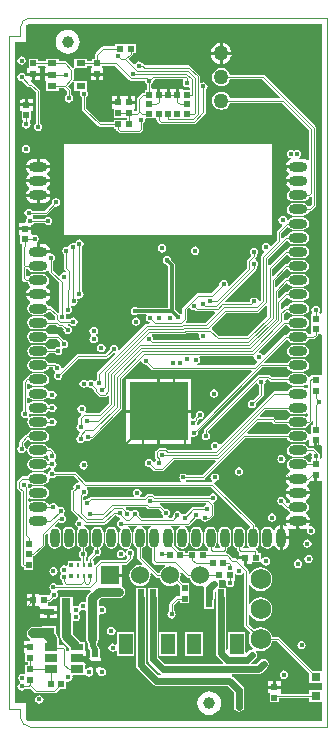
<source format=gtl>
G04*
G04 #@! TF.GenerationSoftware,Altium Limited,Altium Designer,21.0.8 (223)*
G04*
G04 Layer_Physical_Order=1*
G04 Layer_Color=255*
%FSLAX44Y44*%
%MOMM*%
G71*
G04*
G04 #@! TF.SameCoordinates,BC6D3639-D4A0-4107-B96B-A8576DDDF865*
G04*
G04*
G04 #@! TF.FilePolarity,Positive*
G04*
G01*
G75*
%ADD10C,0.5000*%
%ADD12C,0.2000*%
%ADD13C,0.1000*%
G04:AMPARAMS|DCode=18|XSize=1.6mm|YSize=0.8mm|CornerRadius=0.4mm|HoleSize=0mm|Usage=FLASHONLY|Rotation=0.000|XOffset=0mm|YOffset=0mm|HoleType=Round|Shape=RoundedRectangle|*
%AMROUNDEDRECTD18*
21,1,1.6000,0.0000,0,0,0.0*
21,1,0.8000,0.8000,0,0,0.0*
1,1,0.8000,0.4000,0.0000*
1,1,0.8000,-0.4000,0.0000*
1,1,0.8000,-0.4000,0.0000*
1,1,0.8000,0.4000,0.0000*
%
%ADD18ROUNDEDRECTD18*%
G04:AMPARAMS|DCode=19|XSize=0.8mm|YSize=1.6mm|CornerRadius=0.4mm|HoleSize=0mm|Usage=FLASHONLY|Rotation=0.000|XOffset=0mm|YOffset=0mm|HoleType=Round|Shape=RoundedRectangle|*
%AMROUNDEDRECTD19*
21,1,0.8000,0.8000,0,0,0.0*
21,1,0.0000,1.6000,0,0,0.0*
1,1,0.8000,0.0000,-0.4000*
1,1,0.8000,0.0000,-0.4000*
1,1,0.8000,0.0000,0.4000*
1,1,0.8000,0.0000,0.4000*
%
%ADD19ROUNDEDRECTD19*%
%ADD21R,0.5500X0.5500*%
%ADD23R,0.5500X0.5500*%
%ADD24R,0.3500X0.4500*%
%ADD25R,0.2500X0.4500*%
%ADD26R,0.9500X0.5500*%
%ADD27R,1.2000X1.8000*%
%ADD28R,0.6000X1.5500*%
%ADD29R,0.8000X0.5500*%
%ADD30R,1.0600X0.6500*%
%ADD31R,1.0600X0.6000*%
%ADD32R,0.8000X2.7000*%
%ADD33R,0.5000X0.5000*%
%ADD55R,5.0000X5.0000*%
%ADD56C,1.0000*%
%ADD57R,0.8000X0.8000*%
%ADD58C,1.2700*%
%ADD59C,0.1250*%
%ADD60C,0.8000*%
%ADD61C,0.8500*%
%ADD62C,0.6000*%
%ADD63C,0.4000*%
%ADD64C,0.3000*%
%ADD65C,1.7500*%
%ADD66R,1.5240X1.5240*%
%ADD67C,1.5240*%
%ADD68C,0.4500*%
G36*
X265000Y350567D02*
X263884Y349781D01*
X263523Y349896D01*
X263044Y351255D01*
X263297Y351634D01*
X263569Y353000D01*
X263297Y354366D01*
X262523Y355523D01*
X261366Y356297D01*
X260000Y356569D01*
X258634Y356297D01*
X257477Y355523D01*
X256703Y354366D01*
X256431Y353000D01*
X256703Y351634D01*
X257281Y350770D01*
X256919Y349758D01*
X256718Y349500D01*
X256000D01*
Y341770D01*
X256000Y341500D01*
Y340500D01*
X256000Y340230D01*
Y332971D01*
X254920Y332040D01*
X253945Y332048D01*
X252785Y333785D01*
X251048Y334945D01*
X249000Y335353D01*
X241000D01*
X238952Y334945D01*
X237215Y333785D01*
X236055Y332048D01*
X236027Y331912D01*
X234459D01*
X233727Y331766D01*
X233107Y331352D01*
X216119Y314364D01*
X214683Y314724D01*
X214148Y315523D01*
X212991Y316297D01*
X212412Y316412D01*
X211994Y317790D01*
X234292Y340088D01*
X236027D01*
X236055Y339952D01*
X237215Y338215D01*
X238952Y337055D01*
X241000Y336647D01*
X249000D01*
X251048Y337055D01*
X252785Y338215D01*
X253945Y339952D01*
X254353Y342000D01*
X253945Y344048D01*
X252785Y345785D01*
X251048Y346945D01*
X249000Y347353D01*
X241000D01*
X238952Y346945D01*
X237215Y345785D01*
X236055Y344048D01*
X236027Y343912D01*
X233500D01*
X232912Y344394D01*
Y349208D01*
X234991Y351287D01*
X236614Y351114D01*
X237215Y350215D01*
X238952Y349055D01*
X241000Y348647D01*
X249000D01*
X251048Y349055D01*
X252785Y350215D01*
X253945Y351952D01*
X254353Y354000D01*
X253945Y356048D01*
X252785Y357785D01*
X251048Y358945D01*
X249000Y359353D01*
X241000D01*
X238952Y358945D01*
X237215Y357785D01*
X236055Y356048D01*
X236027Y355912D01*
X235000D01*
X234268Y355766D01*
X233648Y355352D01*
X231585Y353289D01*
X230412Y353775D01*
Y358583D01*
X235029Y363200D01*
X236664Y363040D01*
X237215Y362215D01*
X238952Y361055D01*
X241000Y360647D01*
X249000D01*
X251048Y361055D01*
X252785Y362215D01*
X253945Y363952D01*
X254353Y366000D01*
X253945Y368049D01*
X252785Y369785D01*
X251048Y370945D01*
X249000Y371353D01*
X241000D01*
X238952Y370945D01*
X237215Y369785D01*
X236055Y368049D01*
X236027Y367912D01*
X235125D01*
X234393Y367766D01*
X233773Y367352D01*
X229085Y362664D01*
X227912Y363150D01*
Y368208D01*
X234991Y375287D01*
X236614Y375114D01*
X237215Y374215D01*
X238952Y373055D01*
X241000Y372647D01*
X249000D01*
X251048Y373055D01*
X252785Y374215D01*
X253945Y375952D01*
X254353Y378000D01*
X253945Y380048D01*
X252785Y381785D01*
X251048Y382945D01*
X249000Y383353D01*
X241000D01*
X238952Y382945D01*
X237215Y381785D01*
X236055Y380048D01*
X236027Y379912D01*
X235000D01*
X234268Y379766D01*
X233648Y379352D01*
X226585Y372289D01*
X225412Y372775D01*
Y377708D01*
X234991Y387287D01*
X236614Y387114D01*
X237215Y386215D01*
X238952Y385055D01*
X241000Y384647D01*
X249000D01*
X251048Y385055D01*
X252785Y386215D01*
X253945Y387952D01*
X254353Y390000D01*
X253945Y392048D01*
X252785Y393785D01*
X251048Y394945D01*
X249000Y395353D01*
X241000D01*
X238952Y394945D01*
X237215Y393785D01*
X236055Y392048D01*
X236027Y391912D01*
X235000D01*
X234268Y391766D01*
X233648Y391352D01*
X224085Y381788D01*
X222912Y382275D01*
Y387208D01*
X234991Y399287D01*
X236614Y399114D01*
X237215Y398215D01*
X238952Y397055D01*
X241000Y396647D01*
X249000D01*
X251048Y397055D01*
X252785Y398215D01*
X253945Y399952D01*
X254353Y402000D01*
X253945Y404048D01*
X252785Y405785D01*
X251048Y406945D01*
X249000Y407353D01*
X241000D01*
X238952Y406945D01*
X237215Y405785D01*
X236055Y404048D01*
X236027Y403912D01*
X235000D01*
X234268Y403766D01*
X233648Y403352D01*
X221085Y390789D01*
X219912Y391275D01*
Y395839D01*
X235127Y411054D01*
X236762Y410893D01*
X237215Y410215D01*
X238952Y409055D01*
X241000Y408647D01*
X249000D01*
X251048Y409055D01*
X252785Y410215D01*
X253945Y411952D01*
X254353Y414000D01*
X253945Y416048D01*
X252785Y417785D01*
X251048Y418945D01*
X249000Y419353D01*
X241000D01*
X238952Y418945D01*
X237215Y417785D01*
X236055Y416048D01*
X235979Y415667D01*
X235125D01*
X234393Y415522D01*
X233773Y415108D01*
X232210Y413545D01*
X231037Y414030D01*
Y418333D01*
X235587Y422884D01*
X236851Y422759D01*
X237215Y422215D01*
X238952Y421055D01*
X241000Y420647D01*
X249000D01*
X251048Y421055D01*
X252785Y422215D01*
X253945Y423952D01*
X254353Y426000D01*
X253945Y428048D01*
X252785Y429785D01*
X251048Y430945D01*
X249000Y431353D01*
X241000D01*
X238952Y430945D01*
X237215Y429785D01*
X236796Y429159D01*
X235476Y429468D01*
X235297Y430366D01*
X234523Y431523D01*
X233366Y432297D01*
X232000Y432569D01*
X230634Y432297D01*
X229477Y431523D01*
X228703Y430366D01*
X228431Y429000D01*
X228703Y427634D01*
X229477Y426477D01*
X230634Y425703D01*
X231109Y425609D01*
X231527Y424231D01*
X227773Y420477D01*
X227359Y419857D01*
X227213Y419125D01*
Y412083D01*
X222494Y407364D01*
X221058Y407724D01*
X220523Y408523D01*
X219366Y409297D01*
X218000Y409569D01*
X216634Y409297D01*
X215477Y408523D01*
X214703Y407366D01*
X214431Y406000D01*
X214703Y404634D01*
X215477Y403477D01*
X216276Y402942D01*
X216636Y401506D01*
X214148Y399018D01*
X213734Y398398D01*
X213588Y397666D01*
Y361319D01*
X212641Y360512D01*
X211391Y360891D01*
X211297Y361366D01*
X210523Y362523D01*
X209366Y363297D01*
X208000Y363569D01*
X206634Y363297D01*
X205477Y362523D01*
X204703Y361366D01*
X204431Y360000D01*
X203949Y359412D01*
X183775D01*
X183289Y360585D01*
X209352Y386648D01*
X209766Y387268D01*
X209912Y388000D01*
Y389068D01*
X210523Y389477D01*
X211297Y390634D01*
X211569Y392000D01*
X211297Y393366D01*
X210523Y394523D01*
X209366Y395297D01*
X209308Y395308D01*
X208890Y396686D01*
X209352Y397148D01*
X209766Y397768D01*
X209912Y398500D01*
Y399068D01*
X210523Y399477D01*
X211297Y400634D01*
X211569Y402000D01*
X211297Y403366D01*
X210523Y404523D01*
X209366Y405297D01*
X208000Y405569D01*
X206634Y405297D01*
X205477Y404523D01*
X204703Y403366D01*
X204431Y402000D01*
X204703Y400634D01*
X205477Y399477D01*
X205548Y398752D01*
X202523Y395727D01*
X202109Y395107D01*
X201963Y394375D01*
Y388667D01*
X186385Y373088D01*
X185838Y373363D01*
X185337Y373837D01*
X185569Y375000D01*
X185297Y376366D01*
X184523Y377523D01*
X183366Y378297D01*
X182000Y378569D01*
X180634Y378297D01*
X179477Y377523D01*
X178703Y376366D01*
X178431Y375000D01*
X178575Y374279D01*
X171208Y366912D01*
X160000D01*
X159268Y366766D01*
X158648Y366352D01*
X147648Y355352D01*
X147234Y354732D01*
X147088Y354000D01*
Y349715D01*
X146591Y349392D01*
X145818Y349160D01*
X144866Y349797D01*
X144084Y349952D01*
X140875Y353161D01*
Y390929D01*
X140661Y392002D01*
X140054Y392912D01*
X137470Y395495D01*
X137297Y396366D01*
X136523Y397523D01*
X135366Y398297D01*
X134000Y398569D01*
X132634Y398297D01*
X131477Y397523D01*
X130703Y396366D01*
X130431Y395000D01*
X130703Y393634D01*
X131477Y392477D01*
X132634Y391703D01*
X133505Y391530D01*
X135267Y389767D01*
Y354804D01*
X109103D01*
X108366Y355297D01*
X107000Y355569D01*
X105634Y355297D01*
X104477Y354523D01*
X103703Y353366D01*
X103431Y352000D01*
X103703Y350634D01*
X104477Y349477D01*
X105634Y348703D01*
X107000Y348431D01*
X108366Y348703D01*
X109103Y349196D01*
X116399D01*
X117078Y347926D01*
X116703Y347366D01*
X116431Y346000D01*
X116703Y344634D01*
X117477Y343477D01*
X118634Y342703D01*
X119370Y342557D01*
X119245Y341287D01*
X117125D01*
X116393Y341141D01*
X115773Y340727D01*
X93570Y318523D01*
X92399Y319149D01*
X92569Y320000D01*
X92297Y321366D01*
X91523Y322523D01*
X90366Y323297D01*
X89000Y323569D01*
X87634Y323297D01*
X86477Y322523D01*
X85703Y321366D01*
X85431Y320000D01*
X85575Y319279D01*
X81708Y315412D01*
X58500D01*
X57769Y315266D01*
X57149Y314852D01*
X45756Y303459D01*
X44797Y303896D01*
X44557Y304056D01*
X44297Y305366D01*
X43523Y306523D01*
X42366Y307297D01*
X41000Y307569D01*
X40251Y307419D01*
X39732Y307766D01*
X39000Y307912D01*
X33973D01*
X33945Y308048D01*
X32785Y309785D01*
X31048Y310945D01*
X29000Y311353D01*
X21000D01*
X18952Y310945D01*
X17215Y309785D01*
X16055Y308048D01*
X15647Y306000D01*
X16055Y303952D01*
X17215Y302215D01*
X18952Y301055D01*
X21000Y300647D01*
X29000D01*
X31048Y301055D01*
X32785Y302215D01*
X33945Y303952D01*
X33973Y304088D01*
X37359D01*
X37431Y304000D01*
X37703Y302634D01*
X38477Y301477D01*
X39296Y300929D01*
X39486Y299593D01*
X39476Y299523D01*
X38703Y298365D01*
X38431Y296999D01*
X38703Y295634D01*
X39477Y294476D01*
X40634Y293703D01*
X42000Y293431D01*
X43366Y293703D01*
X44523Y294476D01*
X45297Y295634D01*
X45568Y296999D01*
X45425Y297721D01*
X59292Y311588D01*
X82500D01*
X83232Y311734D01*
X83852Y312148D01*
X88279Y316575D01*
X89000Y316431D01*
X89851Y316601D01*
X90477Y315430D01*
X75148Y300102D01*
X74734Y299482D01*
X74588Y298750D01*
Y293682D01*
X73977Y293273D01*
X73763Y292954D01*
X72539Y292529D01*
X72206Y292735D01*
X71366Y293297D01*
X70000Y293569D01*
X68634Y293297D01*
X67477Y292523D01*
X66153Y292829D01*
X66023Y293023D01*
X64866Y293797D01*
X63500Y294069D01*
X62134Y293797D01*
X60977Y293023D01*
X60203Y291866D01*
X59931Y290500D01*
X60203Y289134D01*
X60977Y287977D01*
X62134Y287203D01*
X63500Y286931D01*
X64866Y287203D01*
X66023Y287977D01*
X67347Y287671D01*
X67477Y287477D01*
X68634Y286703D01*
X70000Y286431D01*
X70722Y286575D01*
X72295Y285002D01*
Y284460D01*
X72440Y283728D01*
X72855Y283108D01*
X76439Y279523D01*
X77060Y279109D01*
X77791Y278963D01*
X81209D01*
X81940Y279109D01*
X82560Y279523D01*
X83790Y280753D01*
X84963Y280267D01*
Y274202D01*
X76673Y265912D01*
X65508D01*
X64829Y267182D01*
X65132Y267634D01*
X65403Y269000D01*
X65132Y270366D01*
X64358Y271523D01*
X63200Y272297D01*
X61835Y272569D01*
X60469Y272297D01*
X59311Y271523D01*
X58538Y270366D01*
X58266Y269000D01*
X58538Y267634D01*
X59311Y266477D01*
X60469Y265703D01*
X61082Y265581D01*
X61500Y264203D01*
X59648Y262352D01*
X59234Y261731D01*
X59088Y261000D01*
Y256432D01*
X58477Y256023D01*
X57703Y254866D01*
X57431Y253500D01*
X57703Y252134D01*
X58477Y250977D01*
X59634Y250203D01*
X59692Y250192D01*
X60110Y248814D01*
X59648Y248352D01*
X59234Y247732D01*
X59088Y247000D01*
Y246432D01*
X58477Y246023D01*
X57703Y244866D01*
X57431Y243500D01*
X57703Y242134D01*
X58477Y240977D01*
X59634Y240203D01*
X61000Y239931D01*
X62366Y240203D01*
X63523Y240977D01*
X63997Y241686D01*
X65507Y242204D01*
X65509Y242203D01*
X66875Y241931D01*
X68240Y242203D01*
X69398Y242977D01*
X69807Y243588D01*
X70500D01*
X71232Y243734D01*
X71852Y244148D01*
X95727Y268023D01*
X96141Y268643D01*
X96287Y269375D01*
Y294583D01*
X111231Y309527D01*
X112609Y309109D01*
X112703Y308634D01*
X113477Y307477D01*
X114634Y306703D01*
X116000Y306431D01*
X116721Y306575D01*
X120773Y302523D01*
X121393Y302109D01*
X122125Y301963D01*
X205600D01*
X206086Y300790D01*
X160384Y255088D01*
X159839Y255362D01*
X159337Y255837D01*
X159568Y256999D01*
X159425Y257721D01*
X160268Y258564D01*
X160683Y259185D01*
X160749Y259517D01*
X161823Y260370D01*
X161969Y260437D01*
X162000Y260431D01*
X163365Y260703D01*
X164523Y261476D01*
X165297Y262634D01*
X165568Y264000D01*
X165297Y265365D01*
X164523Y266523D01*
X163365Y267296D01*
X162000Y267568D01*
X160634Y267296D01*
X159476Y266523D01*
X158703Y265365D01*
X158431Y264000D01*
X158575Y263278D01*
X157565Y262268D01*
X157150Y261648D01*
X157133Y261561D01*
X156000Y260568D01*
X155810Y260530D01*
X154540Y261573D01*
Y265730D01*
X128270D01*
Y239460D01*
X154540D01*
Y245118D01*
X154997Y245362D01*
X155810Y245668D01*
X157000Y245431D01*
X158366Y245703D01*
X159523Y246477D01*
X160297Y247634D01*
X160569Y249000D01*
X160425Y249722D01*
X214792Y304088D01*
X236027D01*
X236055Y303952D01*
X237215Y302215D01*
X238952Y301055D01*
X241000Y300647D01*
X249000D01*
X251048Y301055D01*
X252785Y302215D01*
X253945Y303952D01*
X254353Y306000D01*
X253945Y308048D01*
X252785Y309785D01*
X251048Y310945D01*
X249000Y311353D01*
X241000D01*
X238952Y310945D01*
X237215Y309785D01*
X236055Y308048D01*
X236027Y307912D01*
X216733D01*
X216247Y309085D01*
X234832Y327670D01*
X235053Y327721D01*
X236307Y327574D01*
X237215Y326215D01*
X238952Y325055D01*
X241000Y324647D01*
X249000D01*
X251048Y325055D01*
X252785Y326215D01*
X253945Y327952D01*
X253973Y328088D01*
X258000D01*
X258732Y328234D01*
X259352Y328648D01*
X261352Y330648D01*
X261766Y331268D01*
X261912Y332000D01*
Y332500D01*
X263730D01*
X264000Y332500D01*
X265000Y331848D01*
Y298152D01*
X264000Y297500D01*
X256000D01*
Y296687D01*
X254744Y295878D01*
X254077Y296020D01*
X254003Y296048D01*
X253798Y296269D01*
X252785Y297785D01*
X251048Y298945D01*
X249000Y299353D01*
X241000D01*
X238952Y298945D01*
X237215Y297785D01*
X236055Y296049D01*
X236027Y295912D01*
X222792D01*
X221227Y297477D01*
X220607Y297891D01*
X219875Y298037D01*
X212291D01*
X211560Y297891D01*
X210940Y297477D01*
X165648Y252185D01*
X165234Y251565D01*
X165088Y250834D01*
Y248932D01*
X164477Y248523D01*
X163703Y247366D01*
X163431Y246000D01*
X163703Y244634D01*
X164477Y243477D01*
X165634Y242703D01*
X167000Y242431D01*
X168366Y242703D01*
X169523Y243477D01*
X170297Y244634D01*
X170569Y246000D01*
X170297Y247366D01*
X169523Y248523D01*
X169060Y248833D01*
X168984Y250114D01*
X209506Y290636D01*
X210942Y290276D01*
X211477Y289477D01*
X212088Y289068D01*
Y281792D01*
X206721Y276425D01*
X206000Y276569D01*
X204634Y276297D01*
X203477Y275523D01*
X202703Y274366D01*
X202431Y273000D01*
X202703Y271634D01*
X203477Y270477D01*
X204634Y269703D01*
X206000Y269431D01*
X207366Y269703D01*
X208523Y270477D01*
X209297Y271634D01*
X209569Y273000D01*
X209425Y273721D01*
X215352Y279648D01*
X215766Y280268D01*
X215912Y281000D01*
Y289068D01*
X216523Y289477D01*
X217297Y290634D01*
X217569Y292000D01*
X217403Y292831D01*
X218149Y293906D01*
X219296Y294000D01*
X220648Y292648D01*
X221268Y292234D01*
X222000Y292088D01*
X236027D01*
X236055Y291952D01*
X237215Y290215D01*
X238952Y289055D01*
X241000Y288647D01*
X249000D01*
X251048Y289055D01*
X251818Y289569D01*
X253088Y288890D01*
Y287110D01*
X251818Y286431D01*
X251048Y286945D01*
X249000Y287353D01*
X241000D01*
X238952Y286945D01*
X237215Y285785D01*
X236055Y284049D01*
X236027Y283912D01*
X225095D01*
X224364Y283766D01*
X223743Y283352D01*
X179537Y239145D01*
X178162Y239567D01*
X177523Y240523D01*
X176366Y241297D01*
X175000Y241569D01*
X173634Y241297D01*
X172477Y240523D01*
X171703Y239366D01*
X171431Y238000D01*
X171703Y236634D01*
X172340Y235682D01*
X172108Y234909D01*
X171784Y234412D01*
X135292D01*
X134227Y235477D01*
X133607Y235891D01*
X132875Y236037D01*
X127732D01*
X127001Y235891D01*
X126381Y235477D01*
X124523Y233619D01*
X124109Y232999D01*
X123963Y232268D01*
Y228291D01*
X124109Y227560D01*
X124478Y227007D01*
X124522Y226892D01*
X124477Y225523D01*
X123703Y224366D01*
X123647Y224086D01*
X122353D01*
X122297Y224366D01*
X121523Y225523D01*
X120366Y226297D01*
X119000Y226569D01*
X117634Y226297D01*
X116477Y225523D01*
X115703Y224366D01*
X115431Y223000D01*
X115703Y221634D01*
X116477Y220477D01*
X117634Y219703D01*
X119000Y219431D01*
X119721Y219575D01*
X122648Y216648D01*
X123268Y216234D01*
X124000Y216088D01*
X130000D01*
X130732Y216234D01*
X131352Y216648D01*
X140292Y225588D01*
X174927D01*
X175413Y224415D01*
X163910Y212912D01*
X150932D01*
X150523Y213523D01*
X149366Y214297D01*
X148000Y214569D01*
X146634Y214297D01*
X145477Y213523D01*
X144703Y212366D01*
X144431Y211000D01*
X144703Y209634D01*
X145477Y208477D01*
X145918Y208182D01*
X145533Y206912D01*
X65792D01*
X57352Y215352D01*
X56732Y215766D01*
X56000Y215912D01*
X39932D01*
X39523Y216523D01*
X38366Y217297D01*
X38086Y217353D01*
Y218647D01*
X38366Y218703D01*
X39523Y219477D01*
X40297Y220634D01*
X40569Y222000D01*
X40297Y223366D01*
X39523Y224523D01*
X39080Y224820D01*
Y226347D01*
X39273Y226477D01*
X40047Y227634D01*
X40319Y229000D01*
X40047Y230366D01*
X39273Y231523D01*
X38662Y231932D01*
Y232125D01*
X38516Y232857D01*
X38102Y233477D01*
X36227Y235352D01*
X35607Y235766D01*
X34875Y235912D01*
X33973D01*
X33945Y236048D01*
X32785Y237785D01*
X31048Y238945D01*
X29000Y239353D01*
X21000D01*
X18952Y238945D01*
X17215Y237785D01*
X16055Y236048D01*
X15892Y235230D01*
X15805Y234796D01*
X14569Y235000D01*
X14484Y235426D01*
X14297Y236366D01*
X13523Y237523D01*
X12912Y237932D01*
Y240208D01*
X15587Y242884D01*
X16851Y242759D01*
X17215Y242215D01*
X18952Y241055D01*
X21000Y240647D01*
X29000D01*
X31048Y241055D01*
X32785Y242215D01*
X33945Y243952D01*
X34353Y246000D01*
X33945Y248048D01*
X32785Y249785D01*
X31048Y250945D01*
X29000Y251353D01*
X21000D01*
X18952Y250945D01*
X17215Y249785D01*
X16055Y248048D01*
X16027Y247912D01*
X16000D01*
X15268Y247766D01*
X14648Y247352D01*
X9648Y242352D01*
X9234Y241732D01*
X9088Y241000D01*
Y237932D01*
X8477Y237523D01*
X7703Y236366D01*
X7431Y235000D01*
X7703Y233634D01*
X8477Y232477D01*
X9634Y231703D01*
X11000Y231431D01*
X12366Y231703D01*
X13523Y232477D01*
X14297Y233634D01*
X14410Y234204D01*
X15647Y234000D01*
X15732Y233574D01*
X16055Y231952D01*
X17215Y230215D01*
X18952Y229055D01*
X21000Y228647D01*
X29000D01*
X31048Y229055D01*
X32027Y229709D01*
X33181Y229000D01*
X33453Y227634D01*
X33960Y226875D01*
X33889Y225522D01*
X33790Y225241D01*
X33400Y224984D01*
X33289Y225031D01*
X32785Y225785D01*
X31048Y226945D01*
X29000Y227353D01*
X21000D01*
X18952Y226945D01*
X17215Y225785D01*
X16055Y224048D01*
X15647Y222000D01*
X16055Y219952D01*
X17215Y218215D01*
X18952Y217055D01*
X21000Y216647D01*
X29000D01*
X31048Y217055D01*
X32785Y218215D01*
X33289Y218969D01*
X34477Y219477D01*
X35634Y218703D01*
X35914Y218647D01*
Y217353D01*
X35634Y217297D01*
X34477Y216523D01*
X33703Y215366D01*
X33574Y214716D01*
X32200Y214176D01*
X31048Y214945D01*
X29000Y215353D01*
X21000D01*
X18952Y214945D01*
X17215Y213785D01*
X16055Y212048D01*
X16027Y211912D01*
X11750D01*
X11018Y211766D01*
X10398Y211352D01*
X7773Y208727D01*
X7359Y208107D01*
X7213Y207375D01*
Y202375D01*
X7359Y201643D01*
X7773Y201023D01*
X10088Y198708D01*
Y138000D01*
X10234Y137268D01*
X10648Y136648D01*
X11648Y135648D01*
X12268Y135234D01*
X13000Y135088D01*
Y133000D01*
X21000D01*
Y141000D01*
X21000D01*
X21000Y142000D01*
X21000D01*
Y144089D01*
X21000D01*
X21732Y144234D01*
X22352Y144649D01*
X30352Y152648D01*
X30766Y153268D01*
X30912Y154000D01*
Y162458D01*
X32377Y163923D01*
X33647Y163398D01*
Y156000D01*
X34055Y153952D01*
X35215Y152215D01*
X36952Y151055D01*
X39000Y150647D01*
X41048Y151055D01*
X42785Y152215D01*
X43945Y153952D01*
X44353Y156000D01*
Y164000D01*
X43945Y166048D01*
X42785Y167785D01*
X41048Y168945D01*
X39502Y169253D01*
X39004Y170550D01*
X41979Y173526D01*
X42477Y173477D01*
X43634Y172703D01*
X45000Y172431D01*
X46366Y172703D01*
X47523Y173477D01*
X48297Y174634D01*
X48569Y176000D01*
X48297Y177366D01*
X47523Y178523D01*
X46705Y179070D01*
X46514Y180409D01*
X46523Y180477D01*
X47297Y181634D01*
X47569Y183000D01*
X47297Y184366D01*
X46523Y185523D01*
X45366Y186297D01*
X44000Y186569D01*
X42634Y186297D01*
X41373Y186982D01*
X41297Y187366D01*
X40523Y188523D01*
X39366Y189297D01*
X38000Y189569D01*
X36634Y189297D01*
X35477Y188523D01*
X35212Y188127D01*
X34369Y188075D01*
X33909Y188102D01*
X32785Y189785D01*
X31048Y190945D01*
X29000Y191353D01*
X21000D01*
X18952Y190945D01*
X18057Y190348D01*
X16787Y191026D01*
Y192973D01*
X18057Y193652D01*
X18952Y193055D01*
X21000Y192647D01*
X29000D01*
X31048Y193055D01*
X32785Y194215D01*
X33945Y195952D01*
X34353Y198000D01*
X33945Y200048D01*
X32785Y201785D01*
X31048Y202945D01*
X29000Y203353D01*
X21000D01*
X18952Y202945D01*
X18057Y202348D01*
X17575Y202453D01*
X16716Y202979D01*
X16641Y203356D01*
X16641Y203357D01*
X16819Y204250D01*
X16657Y205060D01*
X17800Y205824D01*
X18952Y205055D01*
X21000Y204647D01*
X29000D01*
X31048Y205055D01*
X32785Y206215D01*
X33945Y207952D01*
X34353Y210000D01*
X34346Y210037D01*
X35489Y210800D01*
X35634Y210703D01*
X37000Y210431D01*
X38366Y210703D01*
X39523Y211477D01*
X39932Y212088D01*
X55208D01*
X59664Y207632D01*
X59039Y206462D01*
X58500Y206569D01*
X57134Y206297D01*
X55977Y205524D01*
X55203Y204366D01*
X54931Y203000D01*
X55075Y202279D01*
X53523Y200727D01*
X53109Y200107D01*
X52963Y199375D01*
Y183589D01*
X53109Y182858D01*
X53523Y182238D01*
X59080Y176681D01*
X58662Y175303D01*
X58634Y175297D01*
X57477Y174523D01*
X56703Y173366D01*
X56431Y172000D01*
X56703Y170634D01*
X57477Y169477D01*
X58484Y168803D01*
X58622Y168612D01*
X58682Y168480D01*
X58925Y167351D01*
X58055Y166048D01*
X57647Y164000D01*
Y156000D01*
X58055Y153952D01*
X59215Y152215D01*
X60952Y151055D01*
X61088Y151027D01*
Y148932D01*
X60477Y148523D01*
X59703Y147366D01*
X59431Y146000D01*
X59703Y144634D01*
X60477Y143477D01*
X61338Y142901D01*
Y140250D01*
X57270D01*
X56000Y140250D01*
Y140250D01*
X56000D01*
Y140250D01*
X50000D01*
Y136732D01*
X48730Y136053D01*
X48366Y136297D01*
X47000Y136569D01*
X45634Y136297D01*
X44477Y135523D01*
X43703Y134366D01*
X43431Y133000D01*
X43703Y131634D01*
X44477Y130477D01*
Y129523D01*
X43703Y128366D01*
X43431Y127000D01*
X43703Y125634D01*
X44477Y124477D01*
X45088Y124068D01*
Y123000D01*
X45234Y122268D01*
X45648Y121648D01*
X46211Y121085D01*
X45725Y119912D01*
X40932D01*
X40523Y120523D01*
X39366Y121297D01*
X38000Y121569D01*
X36634Y121297D01*
X35477Y120523D01*
X34703Y119366D01*
X34431Y118000D01*
X34703Y116634D01*
X35404Y115585D01*
X35478Y115380D01*
X35500Y113934D01*
X34953Y113116D01*
X34724Y111964D01*
X34100Y111507D01*
X33486Y111250D01*
X26040D01*
Y112540D01*
X22020D01*
Y107250D01*
Y101960D01*
X25440D01*
X26040Y101960D01*
X26710Y100968D01*
Y98270D01*
X41290D01*
Y102290D01*
X34498D01*
X33750Y103250D01*
X33750Y103560D01*
Y105338D01*
X34000D01*
X34732Y105484D01*
X35352Y105898D01*
X37737Y108284D01*
X38250Y108181D01*
X39616Y108453D01*
X40773Y109227D01*
X41547Y110384D01*
X41819Y111750D01*
X41547Y113116D01*
X40846Y114165D01*
X40772Y114370D01*
X40764Y114888D01*
X41911Y116088D01*
X68972D01*
X69031Y116027D01*
X69591Y114911D01*
X67215Y112535D01*
X66055Y110799D01*
X65846Y109750D01*
X65750D01*
Y109267D01*
X65647Y108750D01*
Y105968D01*
X64377Y105289D01*
X64366Y105297D01*
X63000Y105569D01*
X61634Y105297D01*
X60477Y104523D01*
X59703Y103366D01*
X59627Y102982D01*
X58366Y102297D01*
X57000Y102568D01*
X55634Y102297D01*
X55520Y102220D01*
X54250Y102899D01*
Y109750D01*
X43750D01*
Y95517D01*
X43647Y95000D01*
Y76500D01*
X44055Y74452D01*
X45215Y72715D01*
X51450Y66480D01*
Y63790D01*
X50160D01*
Y63790D01*
X48912Y63843D01*
Y66000D01*
X48766Y66732D01*
X48352Y67352D01*
X47352Y68352D01*
X46732Y68766D01*
X46000Y68912D01*
X42550D01*
Y70710D01*
X42608Y71000D01*
Y74000D01*
X42608Y74000D01*
X42181Y76146D01*
X40965Y77965D01*
X40000Y78931D01*
Y85000D01*
X28000D01*
Y84608D01*
X21000D01*
X18854Y84181D01*
X17035Y82965D01*
X15819Y81146D01*
X15392Y79000D01*
X15819Y76854D01*
X17035Y75035D01*
X18493Y74060D01*
X18108Y72790D01*
X12710D01*
Y68770D01*
X18000D01*
Y66230D01*
X12710D01*
Y62210D01*
X14000D01*
Y54500D01*
X16088D01*
Y52500D01*
X14000D01*
Y45352D01*
X13753Y45090D01*
X12734Y44491D01*
X11750Y44687D01*
X10384Y44415D01*
X9227Y43642D01*
X8453Y42484D01*
X8181Y41118D01*
X8453Y39753D01*
X9227Y38595D01*
X9346Y38515D01*
X9410Y38242D01*
X9259Y37046D01*
X8477Y36523D01*
X7703Y35366D01*
X7431Y34000D01*
X7703Y32634D01*
X8477Y31477D01*
X9634Y30703D01*
X11000Y30431D01*
X12366Y30703D01*
X13523Y31477D01*
X13932Y32088D01*
X16594D01*
X17325Y32234D01*
X17945Y32648D01*
X18000Y32703D01*
X22054Y28648D01*
X22675Y28234D01*
X23406Y28088D01*
X38500D01*
X39232Y28234D01*
X39852Y28648D01*
X43204Y32000D01*
X48500D01*
Y37508D01*
X49770Y38339D01*
X50563Y38181D01*
X51928Y38453D01*
X53086Y39227D01*
X53859Y40384D01*
X54131Y41750D01*
X53936Y42730D01*
X54680Y44000D01*
X64550D01*
X65576Y43410D01*
X66634Y42703D01*
X68000Y42431D01*
X69366Y42703D01*
X70523Y43477D01*
X71297Y44634D01*
X71569Y46000D01*
X71523Y46228D01*
X71730Y46480D01*
Y51230D01*
X67710D01*
Y49511D01*
X66634Y49297D01*
X65820Y48753D01*
X64694Y49192D01*
X64550Y49315D01*
Y52210D01*
X65840D01*
Y56730D01*
X58000D01*
Y59270D01*
X65840D01*
Y63790D01*
X64550D01*
Y71750D01*
X60977D01*
X60285Y72785D01*
X54353Y78717D01*
Y89032D01*
X55623Y89711D01*
X55634Y89703D01*
X57000Y89431D01*
X58366Y89703D01*
X59523Y90477D01*
X60297Y91634D01*
X60568Y93000D01*
X60297Y94365D01*
X59523Y95523D01*
Y96476D01*
X60297Y97634D01*
X60373Y98018D01*
X61634Y98703D01*
X63000Y98431D01*
X64366Y98703D01*
X64377Y98711D01*
X65647Y98032D01*
Y95000D01*
Y74000D01*
X66055Y71952D01*
X67215Y70215D01*
X67302Y70157D01*
Y67875D01*
X67593Y66412D01*
X68421Y65171D01*
X69000Y64593D01*
Y57790D01*
X67710D01*
Y53770D01*
X73000D01*
X78290D01*
Y57790D01*
X77000D01*
Y65500D01*
X76823D01*
Y66000D01*
X76532Y67463D01*
X75704Y68704D01*
X74948Y69459D01*
Y70459D01*
X75945Y71952D01*
X76353Y74000D01*
Y94622D01*
X77114Y95237D01*
X77144Y95256D01*
X77623Y95411D01*
X78754Y95186D01*
X80119Y95458D01*
X81277Y96231D01*
X82051Y97389D01*
X82322Y98755D01*
X82051Y100120D01*
X81277Y101278D01*
X80119Y102052D01*
X78754Y102323D01*
X77623Y102098D01*
X76353Y102771D01*
Y106533D01*
X78467Y108647D01*
X93500D01*
X95548Y109055D01*
X97285Y110215D01*
X98445Y111952D01*
X98853Y114000D01*
X98445Y116048D01*
X97285Y117785D01*
X96060Y118603D01*
Y126730D01*
X85900D01*
Y129270D01*
X96060D01*
Y137088D01*
X99000D01*
X99732Y137234D01*
X100352Y137648D01*
X104352Y141648D01*
X104766Y142268D01*
X104912Y143000D01*
Y144068D01*
X105523Y144477D01*
X106297Y145634D01*
X106569Y147000D01*
X106297Y148366D01*
X105523Y149523D01*
X104366Y150297D01*
X103000Y150569D01*
X102440Y150457D01*
X101945Y151654D01*
X102785Y152215D01*
X103945Y153952D01*
X104353Y156000D01*
Y164000D01*
X103945Y166048D01*
X102785Y167785D01*
X101239Y168818D01*
X101290Y169633D01*
X101450Y170088D01*
X108550D01*
X108710Y169633D01*
X108761Y168818D01*
X107215Y167785D01*
X106055Y166048D01*
X105647Y164000D01*
Y156000D01*
X106055Y153952D01*
X107215Y152215D01*
X108952Y151055D01*
X109088Y151027D01*
Y143000D01*
X109234Y142268D01*
X109648Y141648D01*
X113337Y137959D01*
X112744Y136756D01*
X111300Y136946D01*
X108984Y136642D01*
X106827Y135748D01*
X104974Y134326D01*
X103552Y132473D01*
X102658Y130316D01*
X102353Y128000D01*
X102658Y125684D01*
X103552Y123527D01*
X104974Y121674D01*
X106827Y120252D01*
X108984Y119358D01*
X111300Y119053D01*
X113616Y119358D01*
X115773Y120252D01*
X117626Y121674D01*
X119048Y123527D01*
X119942Y125684D01*
X120246Y128000D01*
X120056Y129444D01*
X121259Y130037D01*
X124648Y126648D01*
X125268Y126234D01*
X126000Y126088D01*
X128005D01*
X128058Y125684D01*
X128952Y123527D01*
X130374Y121674D01*
X132227Y120252D01*
X134384Y119358D01*
X136700Y119053D01*
X139016Y119358D01*
X141173Y120252D01*
X142628Y121368D01*
X145000Y118996D01*
Y113770D01*
X145000Y113500D01*
Y112500D01*
X145000Y112230D01*
Y110412D01*
X142500D01*
X141768Y110266D01*
X141148Y109852D01*
X136648Y105352D01*
X136234Y104732D01*
X136088Y104000D01*
Y97932D01*
X135477Y97523D01*
X134703Y96366D01*
X134431Y95000D01*
X134703Y93634D01*
X135477Y92477D01*
X136634Y91703D01*
X138000Y91431D01*
X139366Y91703D01*
X140523Y92477D01*
X141297Y93634D01*
X141569Y95000D01*
X141297Y96366D01*
X140523Y97523D01*
X139912Y97932D01*
Y103208D01*
X143292Y106588D01*
X145000D01*
Y104500D01*
X153000D01*
Y112230D01*
X153000Y112500D01*
Y113500D01*
X153000Y113770D01*
Y121500D01*
X147904D01*
X144867Y124537D01*
X145342Y125684D01*
X145646Y128000D01*
X145365Y130135D01*
X145739Y130473D01*
X146515Y130781D01*
X150648Y126648D01*
X151268Y126234D01*
X152000Y126088D01*
X153405D01*
X153458Y125684D01*
X154352Y123527D01*
X155774Y121674D01*
X157627Y120252D01*
X159784Y119358D01*
X162100Y119053D01*
X164415Y119358D01*
X164614Y119440D01*
X165718Y118579D01*
X165750Y117750D01*
D01*
X165667Y117000D01*
Y108750D01*
X165750Y108331D01*
Y99750D01*
X174250D01*
Y108331D01*
X174333Y108750D01*
Y114175D01*
X174480Y114273D01*
X175750Y113594D01*
Y109169D01*
X175667Y108750D01*
Y61990D01*
X175997Y60331D01*
X176936Y58925D01*
X181758Y54103D01*
X181232Y52833D01*
X132295D01*
X126333Y58795D01*
Y108750D01*
X126250Y109169D01*
Y117750D01*
X117750D01*
Y109169D01*
X117667Y108750D01*
Y57000D01*
X117997Y55342D01*
X118936Y53936D01*
X127436Y45436D01*
X128682Y44603D01*
X128679Y43986D01*
X128471Y43333D01*
X126795D01*
X116333Y53795D01*
Y108750D01*
X116250Y109169D01*
Y117750D01*
X107750D01*
Y109169D01*
X107667Y108750D01*
Y52000D01*
X107997Y50342D01*
X108936Y48936D01*
X121936Y35936D01*
X123342Y34997D01*
X125000Y34667D01*
X185205D01*
X190667Y29205D01*
Y17000D01*
X190997Y15342D01*
X191936Y13936D01*
X193342Y12997D01*
X195000Y12667D01*
X196658Y12997D01*
X198064Y13936D01*
X199003Y15342D01*
X199333Y17000D01*
Y31000D01*
X199003Y32658D01*
X198064Y34064D01*
X190064Y42064D01*
X188818Y42897D01*
X188821Y43514D01*
X189029Y44167D01*
X211500D01*
X213158Y44497D01*
X214564Y45436D01*
X219064Y49936D01*
X220003Y51342D01*
X220333Y53000D01*
X220003Y54658D01*
X219064Y56064D01*
X217658Y57003D01*
X216000Y57333D01*
X214342Y57003D01*
X212936Y56064D01*
X209705Y52833D01*
X205757D01*
X205231Y54103D01*
X209064Y57936D01*
X210003Y59342D01*
X210333Y61000D01*
X210003Y62658D01*
X209437Y63506D01*
X210279Y64531D01*
X210700Y64357D01*
X213310Y64014D01*
X215921Y64357D01*
X218353Y65365D01*
X220442Y66968D01*
X222045Y69057D01*
X223053Y71490D01*
X223145Y72188D01*
X227358D01*
X254750Y44796D01*
Y37000D01*
X265000D01*
Y31000D01*
X254750D01*
Y27912D01*
X231436D01*
X230290Y28210D01*
Y32230D01*
X225000D01*
X219710D01*
Y28210D01*
X221000D01*
Y20500D01*
X229000D01*
Y24088D01*
X254750D01*
Y20500D01*
X265000D01*
Y5000D01*
X16339D01*
X15537Y5537D01*
X15000Y6339D01*
Y20000D01*
X5000D01*
Y580000D01*
X15000D01*
Y593661D01*
X15537Y594464D01*
X16339Y595000D01*
X265000D01*
Y350567D01*
D02*
G37*
G36*
X153876Y354376D02*
X154477Y353477D01*
X155634Y352703D01*
X157000Y352431D01*
X157722Y352575D01*
X158148Y352148D01*
X158768Y351734D01*
X159500Y351588D01*
X174296D01*
X174782Y350415D01*
X166404Y342037D01*
X150400D01*
X149914Y343210D01*
X150352Y343648D01*
X150766Y344268D01*
X150912Y345000D01*
Y353208D01*
X152479Y354775D01*
X153876Y354376D01*
D02*
G37*
G36*
X219088Y356190D02*
Y347970D01*
X201905Y330787D01*
X177917D01*
X172227Y336477D01*
X172077Y336577D01*
X171796Y337892D01*
X171843Y338139D01*
X183792Y350088D01*
X210536D01*
X211267Y350234D01*
X211887Y350648D01*
X217915Y356676D01*
X219088Y356190D01*
D02*
G37*
G36*
X161240Y331943D02*
X161053Y331000D01*
X161324Y329634D01*
X162044Y328557D01*
X161951Y328131D01*
X161593Y327287D01*
X123154D01*
X122569Y328000D01*
X122297Y329366D01*
X121523Y330523D01*
X121292Y332205D01*
X121507Y332463D01*
X148982D01*
X149713Y332609D01*
X150333Y333023D01*
X150524Y333213D01*
X160480D01*
X161240Y331943D01*
D02*
G37*
G36*
X207876Y313071D02*
X208152Y312521D01*
X208328Y311634D01*
X209102Y310477D01*
X209901Y309942D01*
X210261Y308506D01*
X207542Y305787D01*
X159255D01*
X159130Y307057D01*
X159866Y307203D01*
X161023Y307977D01*
X161797Y309134D01*
X162069Y310500D01*
X161797Y311866D01*
X161578Y312193D01*
X162257Y313463D01*
X206875D01*
X207876Y313071D01*
D02*
G37*
G36*
X236055Y267952D02*
X237215Y266215D01*
X238952Y265055D01*
X241000Y264647D01*
X249000D01*
X251048Y265055D01*
X251818Y265569D01*
X253088Y264890D01*
Y263110D01*
X251818Y262431D01*
X251048Y262945D01*
X249000Y263353D01*
X241000D01*
X238952Y262945D01*
X237215Y261785D01*
X236055Y260049D01*
X236027Y259912D01*
X226587D01*
X225022Y261477D01*
X224401Y261891D01*
X223670Y262037D01*
X213030D01*
X212544Y263210D01*
X217423Y268088D01*
X236027D01*
X236055Y267952D01*
D02*
G37*
G36*
X258088Y258405D02*
Y255500D01*
X256000D01*
Y247790D01*
X254710D01*
X253699Y248416D01*
X252785Y249785D01*
X251048Y250945D01*
X249000Y251353D01*
X241000D01*
X238952Y250945D01*
X237215Y249785D01*
X236055Y248048D01*
X236027Y247912D01*
X202441D01*
X201955Y249085D01*
X211083Y258213D01*
X222878D01*
X224443Y256648D01*
X225063Y256234D01*
X225795Y256088D01*
X236027D01*
X236055Y255952D01*
X237215Y254215D01*
X238952Y253055D01*
X241000Y252647D01*
X249000D01*
X251048Y253055D01*
X252785Y254215D01*
X253945Y255952D01*
X253972Y256088D01*
X254000D01*
X254732Y256234D01*
X255352Y256648D01*
X256352Y257648D01*
X256766Y258268D01*
X256818Y258530D01*
X258088Y258405D01*
D02*
G37*
G36*
X236055Y243952D02*
X237215Y242215D01*
X238952Y241055D01*
X241000Y240647D01*
X249000D01*
X251048Y241055D01*
X252785Y242215D01*
X253440Y243195D01*
X254710Y242810D01*
Y237210D01*
X258730D01*
Y242500D01*
X261270D01*
Y237210D01*
X265000D01*
Y227829D01*
X263935Y226989D01*
X263297Y227634D01*
X263569Y229000D01*
X263297Y230366D01*
X262523Y231523D01*
X261912Y231932D01*
Y232000D01*
X261766Y232732D01*
X261352Y233352D01*
X259352Y235352D01*
X258732Y235766D01*
X258000Y235912D01*
X253973D01*
X253945Y236048D01*
X252785Y237785D01*
X251048Y238945D01*
X249000Y239353D01*
X241000D01*
X238952Y238945D01*
X237215Y237785D01*
X236055Y236048D01*
X235647Y234000D01*
X236055Y231952D01*
X237215Y230215D01*
X238952Y229055D01*
X241000Y228647D01*
X249000D01*
X251048Y229055D01*
X252785Y230215D01*
X253945Y231952D01*
X253973Y232088D01*
X256327D01*
X257006Y230818D01*
X256703Y230366D01*
X256431Y229000D01*
X256703Y227634D01*
X256947Y227270D01*
X256268Y226000D01*
X256000D01*
Y223912D01*
X253973D01*
X253945Y224048D01*
X252785Y225785D01*
X251048Y226945D01*
X249000Y227353D01*
X241000D01*
X238952Y226945D01*
X237215Y225785D01*
X236055Y224048D01*
X235647Y222000D01*
X236055Y219952D01*
X237215Y218215D01*
X238443Y217394D01*
X238345Y215979D01*
X237702Y215713D01*
X236336Y214664D01*
X235287Y213298D01*
X234628Y211707D01*
X234571Y211270D01*
X245000D01*
Y208730D01*
X234571D01*
X234628Y208293D01*
X235287Y206702D01*
X236336Y205336D01*
X237083Y204762D01*
Y203238D01*
X236336Y202664D01*
X235287Y201298D01*
X234628Y199707D01*
X234571Y199270D01*
X255429D01*
X255372Y199707D01*
X254713Y201298D01*
X253664Y202664D01*
X252917Y203238D01*
Y204762D01*
X253664Y205336D01*
X254713Y206702D01*
X255130Y207710D01*
X258730D01*
Y213000D01*
X261270D01*
Y207710D01*
X265000D01*
Y47500D01*
X257454D01*
X229502Y75452D01*
X228882Y75866D01*
X228150Y76012D01*
X223145D01*
X223053Y76711D01*
X222045Y79143D01*
X220442Y81232D01*
X218353Y82835D01*
X215921Y83843D01*
X213310Y84186D01*
X210700Y83843D01*
X208267Y82835D01*
X207708Y82406D01*
X203179Y86935D01*
Y94509D01*
X204449Y94761D01*
X204575Y94457D01*
X206178Y92368D01*
X208267Y90765D01*
X210700Y89757D01*
X213310Y89414D01*
X215921Y89757D01*
X218353Y90765D01*
X220442Y92368D01*
X222045Y94457D01*
X223053Y96889D01*
X223396Y99500D01*
X223053Y102111D01*
X222045Y104543D01*
X220442Y106632D01*
X218353Y108235D01*
X215921Y109243D01*
X213310Y109586D01*
X210700Y109243D01*
X208267Y108235D01*
X206178Y106632D01*
X204575Y104543D01*
X204449Y104239D01*
X203179Y104491D01*
Y119909D01*
X204449Y120161D01*
X204575Y119857D01*
X206178Y117768D01*
X208267Y116165D01*
X210700Y115157D01*
X213310Y114814D01*
X215921Y115157D01*
X218353Y116165D01*
X220442Y117768D01*
X222045Y119857D01*
X223053Y122289D01*
X223396Y124900D01*
X223053Y127510D01*
X222045Y129943D01*
X220442Y132032D01*
X218353Y133635D01*
X215921Y134643D01*
X213310Y134986D01*
X210700Y134643D01*
X208267Y133635D01*
X206178Y132032D01*
X204575Y129943D01*
X204449Y129639D01*
X203179Y129891D01*
Y131566D01*
X203033Y132298D01*
X202619Y132918D01*
X199000Y136537D01*
X199230Y137091D01*
Y141730D01*
X194591D01*
X194037Y141501D01*
X193685Y141852D01*
X193065Y142266D01*
X192334Y142412D01*
X189792D01*
X185852Y146352D01*
X185232Y146766D01*
X184500Y146912D01*
X184411D01*
X183885Y148182D01*
X184352Y148648D01*
X184766Y149268D01*
X184912Y150000D01*
Y151027D01*
X185048Y151055D01*
X186785Y152215D01*
X187945Y153952D01*
X188353Y156000D01*
Y164000D01*
X187945Y166048D01*
X186785Y167785D01*
X185048Y168945D01*
X183000Y169353D01*
X180952Y168945D01*
X179215Y167785D01*
X178055Y166048D01*
X177647Y164000D01*
Y156000D01*
X178055Y153952D01*
X179215Y152215D01*
X179265Y152182D01*
X178879Y150912D01*
X175121D01*
X174735Y152182D01*
X174785Y152215D01*
X175945Y153952D01*
X176353Y156000D01*
Y164000D01*
X175945Y166048D01*
X174785Y167785D01*
X173048Y168945D01*
X171000Y169353D01*
X168952Y168945D01*
X167215Y167785D01*
X166055Y166048D01*
X165647Y164000D01*
Y156000D01*
X166055Y153952D01*
X167215Y152215D01*
X168829Y151137D01*
X168897Y150338D01*
X168854Y149785D01*
X168002Y149000D01*
X160500D01*
Y149000D01*
X159500D01*
Y149000D01*
X151500D01*
Y146912D01*
X149500D01*
Y149000D01*
X144204D01*
X139668Y153536D01*
X139945Y153952D01*
X140353Y156000D01*
Y164000D01*
X139945Y166048D01*
X138785Y167785D01*
X137239Y168818D01*
X137290Y169633D01*
X137450Y170088D01*
X144550D01*
X144710Y169633D01*
X144761Y168818D01*
X143215Y167785D01*
X142055Y166048D01*
X141647Y164000D01*
Y156000D01*
X142055Y153952D01*
X143215Y152215D01*
X144952Y151055D01*
X147000Y150647D01*
X149048Y151055D01*
X150785Y152215D01*
X151945Y153952D01*
X152353Y156000D01*
Y164000D01*
X151945Y166048D01*
X150785Y167785D01*
X149239Y168818D01*
X149290Y169633D01*
X149451Y170088D01*
X152000D01*
X152731Y170233D01*
X153351Y170648D01*
X158279Y175575D01*
X159000Y175431D01*
X160366Y175703D01*
X161274Y176310D01*
X162238Y176101D01*
X162654Y175882D01*
X162703Y175634D01*
X163477Y174477D01*
X164634Y173703D01*
X166000Y173431D01*
X167366Y173703D01*
X168523Y174477D01*
X168932Y175088D01*
X169500D01*
X170232Y175234D01*
X170852Y175648D01*
X173477Y178273D01*
X173891Y178893D01*
X174037Y179625D01*
Y187875D01*
X173891Y188607D01*
X173477Y189227D01*
X173473Y189230D01*
X173891Y190608D01*
X174365Y190703D01*
X175523Y191476D01*
X176297Y192634D01*
X176568Y194000D01*
X176297Y195365D01*
X175523Y196523D01*
X174365Y197297D01*
X173000Y197568D01*
X171634Y197297D01*
X170476Y196523D01*
X169817Y195537D01*
X124001D01*
X123060Y196477D01*
X122440Y196891D01*
X121709Y197037D01*
X118291D01*
X117560Y196891D01*
X116940Y196477D01*
X114748Y194285D01*
X112026D01*
X111667Y195136D01*
X111576Y195555D01*
X112297Y196634D01*
X112569Y198000D01*
X112297Y199366D01*
X111523Y200523D01*
X110366Y201297D01*
X109000Y201569D01*
X107634Y201297D01*
X106477Y200523D01*
X105703Y199366D01*
X105431Y198000D01*
X105703Y196634D01*
X106424Y195555D01*
X106333Y195136D01*
X105974Y194285D01*
X69373D01*
X68642Y194140D01*
X68022Y193725D01*
X66722Y192425D01*
X66000Y192569D01*
X64634Y192297D01*
X64182Y191994D01*
X62912Y192673D01*
Y194409D01*
X64000Y195431D01*
X65366Y195703D01*
X66523Y196477D01*
X67297Y197634D01*
X67569Y199000D01*
X67297Y200366D01*
X66523Y201523D01*
X66082Y201818D01*
X66467Y203088D01*
X171749D01*
X204669Y170168D01*
X204720Y169947D01*
X204573Y168692D01*
X203215Y167785D01*
X202055Y166048D01*
X201647Y164000D01*
Y156000D01*
X202055Y153952D01*
X203215Y152215D01*
X203265Y152182D01*
X202880Y150912D01*
X199121D01*
X198735Y152182D01*
X198785Y152215D01*
X199945Y153952D01*
X200353Y156000D01*
Y164000D01*
X199945Y166048D01*
X198785Y167785D01*
X197048Y168945D01*
X195000Y169353D01*
X192952Y168945D01*
X191215Y167785D01*
X190055Y166048D01*
X189647Y164000D01*
Y156000D01*
X190055Y153952D01*
X191215Y152215D01*
X192952Y151055D01*
X193088Y151027D01*
Y150125D01*
X193234Y149393D01*
X193648Y148773D01*
X194773Y147648D01*
X195210Y147356D01*
Y144270D01*
X200500D01*
Y143000D01*
X201770D01*
Y137710D01*
X205790D01*
Y139000D01*
X213335D01*
X213500Y139000D01*
X214676Y138772D01*
X214703Y138634D01*
X215477Y137477D01*
X216634Y136703D01*
X218000Y136431D01*
X219366Y136703D01*
X220523Y137477D01*
X221297Y138634D01*
X221569Y140000D01*
X221297Y141366D01*
X220523Y142523D01*
X219366Y143297D01*
X218000Y143569D01*
X216634Y143297D01*
X215477Y142523D01*
X215428Y142450D01*
X213703Y142115D01*
X213500Y142252D01*
Y147000D01*
X210912D01*
Y148268D01*
X210766Y148999D01*
X210352Y149620D01*
X209885Y150086D01*
X209818Y151133D01*
X209951Y151658D01*
X210785Y152215D01*
X211945Y153952D01*
X212353Y156000D01*
Y164000D01*
X211945Y166048D01*
X210785Y167785D01*
X209048Y168945D01*
X208912Y168973D01*
Y170541D01*
X208766Y171272D01*
X208352Y171893D01*
X174010Y206234D01*
X174084Y206684D01*
X174548Y207441D01*
X175866Y207703D01*
X177023Y208477D01*
X177797Y209634D01*
X178069Y211000D01*
X177797Y212366D01*
X177023Y213523D01*
X175866Y214297D01*
X174500Y214569D01*
X173134Y214297D01*
X171977Y213523D01*
X171203Y212366D01*
X170931Y211000D01*
X171203Y209634D01*
X171977Y208477D01*
X172418Y208182D01*
X172033Y206912D01*
X150467D01*
X150082Y208182D01*
X150523Y208477D01*
X150932Y209088D01*
X164702D01*
X165434Y209234D01*
X166054Y209648D01*
X200494Y244088D01*
X236027D01*
X236055Y243952D01*
D02*
G37*
G36*
X167505Y188765D02*
X166904Y187351D01*
X166634Y187297D01*
X165477Y186523D01*
X165068Y185912D01*
X156000D01*
X155268Y185766D01*
X154648Y185352D01*
X149721Y180425D01*
X149000Y180569D01*
X147634Y180297D01*
X147609Y180280D01*
X146297Y180365D01*
X146089Y180676D01*
X145523Y181523D01*
X144365Y182297D01*
X143000Y182568D01*
X141634Y182297D01*
X140476Y181523D01*
X139703Y180365D01*
X139431Y179000D01*
X139575Y178278D01*
X138208Y176912D01*
X135467D01*
X135082Y178182D01*
X135523Y178477D01*
X136297Y179634D01*
X136569Y181000D01*
X136297Y182366D01*
X135523Y183523D01*
X134366Y184297D01*
X133000Y184569D01*
X132278Y184425D01*
X129352Y187352D01*
X128732Y187766D01*
X128470Y187818D01*
X128595Y189088D01*
X167296D01*
X167505Y188765D01*
D02*
G37*
G36*
X117815Y184648D02*
X118435Y184234D01*
X119166Y184088D01*
X127208D01*
X129575Y181721D01*
X129431Y181000D01*
X129703Y179634D01*
X130477Y178477D01*
X130918Y178182D01*
X130533Y176912D01*
X112792D01*
X110425Y179279D01*
X110569Y180000D01*
X110297Y181366D01*
X109523Y182523D01*
X108366Y183297D01*
X107000Y183569D01*
X105634Y183297D01*
X104477Y182523D01*
X104264Y182205D01*
X102736D01*
X102523Y182523D01*
X101366Y183297D01*
X100000Y183569D01*
X99973Y183563D01*
X98997Y184540D01*
X99483Y185713D01*
X116750D01*
X117815Y184648D01*
D02*
G37*
G36*
X91167Y178940D02*
X91476Y178476D01*
X92634Y177703D01*
X93715Y177488D01*
X94347Y176595D01*
X93898Y175349D01*
X93634Y175297D01*
X92476Y174523D01*
X91703Y173365D01*
X91431Y172000D01*
X91703Y170634D01*
X92476Y169476D01*
X93634Y168703D01*
X94283Y168574D01*
X94824Y167200D01*
X94055Y166048D01*
X93647Y164000D01*
Y156000D01*
X94055Y153952D01*
X95215Y152215D01*
X96952Y151055D01*
X99000Y150647D01*
X100242Y150894D01*
X100738Y149698D01*
X100477Y149523D01*
X99703Y148366D01*
X99548Y147586D01*
X98637Y147425D01*
X98229Y147467D01*
X97523Y148523D01*
X96366Y149297D01*
X95000Y149569D01*
X93634Y149297D01*
X92477Y148523D01*
X91703Y147366D01*
X91431Y146000D01*
X91703Y144634D01*
X92477Y143477D01*
X93634Y142703D01*
X95000Y142431D01*
X96366Y142703D01*
X97523Y143477D01*
X98297Y144634D01*
X98452Y145414D01*
X99363Y145575D01*
X99771Y145533D01*
X100477Y144477D01*
X100338Y143042D01*
X98208Y140912D01*
X78000D01*
X77268Y140766D01*
X76648Y140352D01*
X73270Y136974D01*
X72000Y137500D01*
Y140250D01*
X71665D01*
X71224Y141520D01*
X74279Y144575D01*
X75000Y144431D01*
X76366Y144703D01*
X77523Y145477D01*
X78297Y146634D01*
X78569Y148000D01*
X78297Y149366D01*
X77523Y150523D01*
X78031Y151711D01*
X78785Y152215D01*
X79945Y153952D01*
X80353Y156000D01*
Y164000D01*
X79945Y166048D01*
X78785Y167785D01*
X77048Y168945D01*
X75000Y169353D01*
X72952Y168945D01*
X71215Y167785D01*
X70055Y166048D01*
X69647Y164000D01*
Y156000D01*
X70055Y153952D01*
X71215Y152215D01*
X71969Y151711D01*
X72477Y150523D01*
X71703Y149366D01*
X71431Y148000D01*
X71575Y147278D01*
X67648Y143352D01*
X67234Y142732D01*
X67088Y142000D01*
Y140691D01*
X66000Y140250D01*
X65162Y141173D01*
Y143235D01*
X65523Y143477D01*
X66297Y144634D01*
X66569Y146000D01*
X66297Y147366D01*
X65523Y148523D01*
X64912Y148932D01*
Y151027D01*
X65048Y151055D01*
X66785Y152215D01*
X67945Y153952D01*
X68353Y156000D01*
Y164000D01*
X67945Y166048D01*
X66785Y167785D01*
X65048Y168945D01*
X64818Y168991D01*
X64113Y170376D01*
X64733Y171234D01*
X65464Y171088D01*
X81166D01*
X81898Y171234D01*
X82518Y171648D01*
X89886Y179016D01*
X91167Y178940D01*
D02*
G37*
G36*
X120710Y169633D02*
X120761Y168818D01*
X119215Y167785D01*
X118055Y166048D01*
X117647Y164000D01*
Y156000D01*
X118055Y153952D01*
X119215Y152215D01*
X120952Y151055D01*
X121088Y151027D01*
Y140750D01*
X121234Y140018D01*
X121648Y139398D01*
X123398Y137648D01*
X124018Y137234D01*
X124750Y137088D01*
X132144D01*
X132396Y135818D01*
X132227Y135748D01*
X130374Y134326D01*
X128952Y132473D01*
X128058Y130316D01*
X128019Y130016D01*
X126790Y129914D01*
X112912Y143792D01*
Y151027D01*
X113048Y151055D01*
X114785Y152215D01*
X115945Y153952D01*
X116353Y156000D01*
Y164000D01*
X115945Y166048D01*
X114785Y167785D01*
X113239Y168818D01*
X113290Y169633D01*
X113450Y170088D01*
X120550D01*
X120710Y169633D01*
D02*
G37*
G36*
X199355Y129942D02*
Y86143D01*
X199501Y85411D01*
X199915Y84791D01*
X205004Y79702D01*
X204575Y79143D01*
X203567Y76711D01*
X203224Y74100D01*
X203567Y71490D01*
X204575Y69057D01*
X206178Y66968D01*
X206838Y66462D01*
X206300Y65274D01*
X206000Y65333D01*
X204342Y65003D01*
X202936Y64064D01*
X201423Y62551D01*
X200250Y63038D01*
Y80250D01*
X185750D01*
Y65396D01*
X184480Y64717D01*
X184333Y64815D01*
Y108750D01*
X184250Y109169D01*
Y117750D01*
X178467D01*
X177789Y119020D01*
X178003Y119342D01*
X178333Y121000D01*
X178003Y122658D01*
X177855Y122880D01*
X178454Y124000D01*
X182500D01*
Y124000D01*
X183500D01*
X184119Y122986D01*
X184176Y122730D01*
X183931Y121500D01*
X184203Y120134D01*
X184977Y118977D01*
X186134Y118203D01*
X187500Y117931D01*
X188866Y118203D01*
X190023Y118977D01*
X190797Y120134D01*
X191069Y121500D01*
X190824Y122730D01*
X190908Y123106D01*
X191386Y124000D01*
X191500D01*
Y128718D01*
X191758Y128919D01*
X192770Y129281D01*
X193634Y128703D01*
X195000Y128431D01*
X196366Y128703D01*
X197523Y129477D01*
X198058Y130276D01*
X198131Y130304D01*
X199355Y129942D01*
D02*
G37*
%LPC*%
G36*
X181270Y578800D02*
Y571270D01*
X188799D01*
X188661Y572321D01*
X187765Y574483D01*
X186340Y576340D01*
X184483Y577765D01*
X182321Y578661D01*
X181270Y578800D01*
D02*
G37*
G36*
X178730D02*
X177679Y578661D01*
X175517Y577765D01*
X173660Y576340D01*
X172235Y574483D01*
X171339Y572321D01*
X171201Y571270D01*
X178730D01*
Y578800D01*
D02*
G37*
G36*
X50000Y590086D02*
X47389Y589743D01*
X44957Y588735D01*
X42868Y587132D01*
X41265Y585043D01*
X40257Y582611D01*
X39914Y580000D01*
X40257Y577389D01*
X41265Y574957D01*
X42868Y572868D01*
X44957Y571265D01*
X47389Y570257D01*
X50000Y569914D01*
X52611Y570257D01*
X55043Y571265D01*
X57132Y572868D01*
X58735Y574957D01*
X59743Y577389D01*
X60086Y580000D01*
X59743Y582611D01*
X58735Y585043D01*
X57132Y587132D01*
X55043Y588735D01*
X52611Y589743D01*
X50000Y590086D01*
D02*
G37*
G36*
X98500Y578000D02*
Y578000D01*
X98267Y578000D01*
X90500D01*
Y575912D01*
X80000D01*
X79268Y575766D01*
X78648Y575352D01*
X73648Y570352D01*
X73234Y569732D01*
X73088Y569000D01*
Y565500D01*
X71000D01*
Y563412D01*
X66250D01*
Y565500D01*
X55750D01*
Y558650D01*
X55750Y558644D01*
X55750Y558644D01*
X55750Y558107D01*
X54482Y557723D01*
X54477Y557727D01*
X54448Y557756D01*
X49352Y562852D01*
X48732Y563266D01*
X48000Y563412D01*
X42250D01*
Y565500D01*
X31750D01*
Y563412D01*
X25000D01*
Y565500D01*
X17000D01*
Y557790D01*
X15710D01*
Y553770D01*
X21000D01*
X26290D01*
Y557790D01*
X25000D01*
Y559588D01*
X30852D01*
X31735Y558705D01*
X31615Y557476D01*
X30567Y557290D01*
X30460D01*
Y553270D01*
X37000D01*
Y550730D01*
X30460D01*
Y546710D01*
X30567D01*
X31750Y546500D01*
X31750Y545440D01*
Y538500D01*
X42250D01*
Y540588D01*
X46564D01*
X49088Y538064D01*
Y534932D01*
X48477Y534523D01*
X47703Y533366D01*
X47431Y532000D01*
X47703Y530634D01*
X48477Y529477D01*
X49634Y528703D01*
X51000Y528431D01*
X52366Y528703D01*
X53523Y529477D01*
X54297Y530634D01*
X54569Y532000D01*
X54297Y533366D01*
X53523Y534523D01*
X52912Y534932D01*
Y538856D01*
X52766Y539587D01*
X52352Y540207D01*
X50059Y542500D01*
X54477Y546917D01*
X54891Y547538D01*
X55037Y548269D01*
Y555387D01*
X55037Y556375D01*
X55028Y556561D01*
X56040Y557500D01*
X56768Y557500D01*
X66250D01*
Y559588D01*
X71000D01*
Y557790D01*
X69710D01*
Y553770D01*
X75000D01*
X80290D01*
Y557790D01*
X79000D01*
Y559588D01*
X89874D01*
X101939Y547523D01*
X102560Y547109D01*
X103291Y546963D01*
X115439D01*
X115703Y545634D01*
X116477Y544477D01*
X117088Y544068D01*
Y538750D01*
X115250D01*
Y536912D01*
X114000D01*
X113268Y536766D01*
X112648Y536352D01*
X109398Y533102D01*
X108984Y532482D01*
X108838Y531750D01*
Y521542D01*
X108208Y520912D01*
X106000D01*
Y523210D01*
X107290D01*
Y527230D01*
X102000D01*
Y528500D01*
X100730D01*
Y533790D01*
X94270D01*
Y528500D01*
X93000D01*
Y527230D01*
X87710D01*
Y523210D01*
X89000D01*
Y515500D01*
X97000D01*
Y515500D01*
X98000D01*
Y515500D01*
X100088D01*
Y514000D01*
X98000D01*
Y514000D01*
X97000D01*
Y514000D01*
X89000D01*
Y511912D01*
X77792D01*
X65912Y523792D01*
Y533068D01*
X66523Y533477D01*
X67297Y534634D01*
X67569Y536000D01*
X67297Y537366D01*
X66523Y538523D01*
X66250Y538706D01*
Y546500D01*
X55750D01*
Y538500D01*
X60114D01*
X60592Y537606D01*
X60676Y537230D01*
X60431Y536000D01*
X60703Y534634D01*
X61477Y533477D01*
X62088Y533068D01*
Y523000D01*
X62234Y522268D01*
X62648Y521648D01*
X75648Y508648D01*
X76268Y508234D01*
X77000Y508088D01*
X89000D01*
Y506000D01*
X91088D01*
X91234Y505268D01*
X91648Y504648D01*
X93148Y503148D01*
X93768Y502734D01*
X94500Y502588D01*
X110500D01*
X111232Y502734D01*
X111852Y503148D01*
X113352Y504648D01*
X113766Y505268D01*
X113912Y506000D01*
Y511068D01*
X114523Y511477D01*
X115297Y512634D01*
X115569Y514000D01*
X115515Y514268D01*
X116321Y515250D01*
X122750D01*
Y515250D01*
X123250D01*
Y515250D01*
X125088D01*
Y514000D01*
X125234Y513268D01*
X125648Y512648D01*
X127523Y510773D01*
X128144Y510359D01*
X128875Y510213D01*
X157080D01*
X157811Y510359D01*
X158432Y510773D01*
X166352Y518693D01*
X166766Y519313D01*
X166911Y520045D01*
Y539067D01*
X167523Y539476D01*
X168297Y540633D01*
X168568Y541999D01*
X168297Y543364D01*
X167523Y544522D01*
X166365Y545296D01*
X165000Y545568D01*
X163634Y545296D01*
X163307Y545077D01*
X162037Y545756D01*
Y550482D01*
X161891Y551213D01*
X161477Y551833D01*
X153958Y559352D01*
X153338Y559766D01*
X152607Y559912D01*
X115792D01*
X114727Y560977D01*
X114107Y561391D01*
X113375Y561537D01*
X112974D01*
X112566Y562148D01*
X111408Y562922D01*
X110042Y563194D01*
X108677Y562922D01*
X107519Y562148D01*
X106985Y561349D01*
X105549Y560989D01*
X101537Y565000D01*
X104852Y568315D01*
X105266Y568935D01*
X105412Y569666D01*
Y570000D01*
X107500D01*
Y578000D01*
X99733D01*
X99500Y578000D01*
Y578000D01*
X98500D01*
D02*
G37*
G36*
X188799Y568730D02*
X181270D01*
Y561200D01*
X182321Y561339D01*
X184483Y562235D01*
X186340Y563660D01*
X187765Y565517D01*
X188661Y567679D01*
X188799Y568730D01*
D02*
G37*
G36*
X178730D02*
X171201D01*
X171339Y567679D01*
X172235Y565517D01*
X173660Y563660D01*
X175517Y562235D01*
X177679Y561339D01*
X178730Y561200D01*
Y568730D01*
D02*
G37*
G36*
X11000Y567569D02*
X9634Y567297D01*
X8477Y566523D01*
X7703Y565366D01*
X7431Y564000D01*
X7703Y562634D01*
X8477Y561477D01*
X9634Y560703D01*
X11000Y560431D01*
X12366Y560703D01*
X13523Y561477D01*
X14297Y562634D01*
X14569Y564000D01*
X14297Y565366D01*
X13523Y566523D01*
X12366Y567297D01*
X11000Y567569D01*
D02*
G37*
G36*
X80290Y551230D02*
X76270D01*
Y547210D01*
X80290D01*
Y551230D01*
D02*
G37*
G36*
X73730D02*
X69710D01*
Y547210D01*
X73730D01*
Y551230D01*
D02*
G37*
G36*
X26290D02*
X22270D01*
Y547210D01*
X26290D01*
Y551230D01*
D02*
G37*
G36*
X180000Y557666D02*
X178016Y557404D01*
X176167Y556639D01*
X174580Y555420D01*
X173361Y553833D01*
X172596Y551984D01*
X172334Y550000D01*
X172596Y548016D01*
X173361Y546167D01*
X174580Y544580D01*
X176167Y543361D01*
X178016Y542596D01*
X180000Y542334D01*
X181984Y542596D01*
X183833Y543361D01*
X185420Y544580D01*
X186639Y546167D01*
X187404Y548016D01*
X187414Y548088D01*
X214744D01*
X229747Y533085D01*
X229261Y531912D01*
X187414D01*
X187404Y531984D01*
X186639Y533833D01*
X185420Y535420D01*
X183833Y536639D01*
X181984Y537404D01*
X180000Y537666D01*
X178016Y537404D01*
X176167Y536639D01*
X174580Y535420D01*
X173361Y533833D01*
X172596Y531984D01*
X172334Y530000D01*
X172596Y528016D01*
X173361Y526167D01*
X174580Y524580D01*
X176167Y523361D01*
X178016Y522596D01*
X180000Y522334D01*
X181984Y522596D01*
X183833Y523361D01*
X185420Y524580D01*
X186639Y526167D01*
X187404Y528016D01*
X187414Y528088D01*
X231208D01*
X253963Y505333D01*
Y480036D01*
X252693Y479410D01*
X252298Y479713D01*
X250707Y480372D01*
X249000Y480596D01*
X245821D01*
X245813Y480616D01*
X245610Y481866D01*
X246523Y482477D01*
X247297Y483634D01*
X247569Y485000D01*
X247297Y486366D01*
X246523Y487523D01*
X245366Y488297D01*
X244000Y488569D01*
X242634Y488297D01*
X241500Y487539D01*
X240366Y488297D01*
X239000Y488569D01*
X237634Y488297D01*
X236477Y487523D01*
X235703Y486366D01*
X235431Y485000D01*
X235703Y483634D01*
X236477Y482477D01*
X237634Y481703D01*
X238684Y481494D01*
X238929Y480221D01*
X237702Y479713D01*
X236336Y478664D01*
X235287Y477298D01*
X234628Y475707D01*
X234571Y475270D01*
X245000D01*
Y472730D01*
X234571D01*
X234628Y472293D01*
X235287Y470702D01*
X236336Y469336D01*
X237083Y468762D01*
Y467238D01*
X236336Y466664D01*
X235287Y465298D01*
X234628Y463707D01*
X234571Y463270D01*
X245000D01*
Y460730D01*
X234571D01*
X234628Y460293D01*
X235287Y458702D01*
X236336Y457336D01*
X237702Y456287D01*
X238345Y456021D01*
X238443Y454606D01*
X237215Y453785D01*
X236055Y452048D01*
X235647Y450000D01*
X236055Y447952D01*
X237215Y446215D01*
X238952Y445055D01*
X241000Y444647D01*
X249000D01*
X251048Y445055D01*
X252785Y446215D01*
X253945Y447952D01*
X253973Y448088D01*
X254000D01*
X254732Y448234D01*
X255193Y448542D01*
X256381Y448222D01*
X256463Y448188D01*
Y442292D01*
X254971Y440800D01*
X253336Y440961D01*
X252785Y441785D01*
X251048Y442945D01*
X249000Y443353D01*
X241000D01*
X238952Y442945D01*
X237215Y441785D01*
X236055Y440048D01*
X235647Y438000D01*
X236055Y435952D01*
X237215Y434215D01*
X238952Y433055D01*
X241000Y432647D01*
X249000D01*
X251048Y433055D01*
X252785Y434215D01*
X253945Y435952D01*
X253973Y436088D01*
X254875D01*
X255607Y436234D01*
X256227Y436648D01*
X259727Y440148D01*
X260141Y440768D01*
X260287Y441500D01*
Y507161D01*
X260141Y507892D01*
X259727Y508512D01*
X216887Y551352D01*
X216267Y551766D01*
X215536Y551912D01*
X187414D01*
X187404Y551984D01*
X186639Y553833D01*
X185420Y555420D01*
X183833Y556639D01*
X181984Y557404D01*
X180000Y557666D01*
D02*
G37*
G36*
X107290Y533790D02*
X103270D01*
Y529770D01*
X107290D01*
Y533790D01*
D02*
G37*
G36*
X91730D02*
X87710D01*
Y529770D01*
X91730D01*
Y533790D01*
D02*
G37*
G36*
X20290Y531790D02*
X16270D01*
Y527770D01*
X20290D01*
Y531790D01*
D02*
G37*
G36*
X13730D02*
X9710D01*
Y527770D01*
X13730D01*
Y531790D01*
D02*
G37*
G36*
X20290Y525230D02*
X9710D01*
Y521210D01*
X11000D01*
Y513500D01*
X11718D01*
X11919Y513242D01*
X12281Y512230D01*
X11703Y511366D01*
X11431Y510000D01*
X11703Y508634D01*
X12477Y507477D01*
X13634Y506703D01*
X15000Y506431D01*
X16366Y506703D01*
X17523Y507477D01*
X18297Y508634D01*
X18569Y510000D01*
X18297Y511366D01*
X17719Y512230D01*
X18081Y513242D01*
X18282Y513500D01*
X19000D01*
Y521210D01*
X20290D01*
Y525230D01*
D02*
G37*
G36*
X11000Y553569D02*
X9634Y553297D01*
X8477Y552523D01*
X7703Y551366D01*
X7431Y550000D01*
X7703Y548634D01*
X8477Y547477D01*
X9634Y546703D01*
X11000Y546431D01*
X11722Y546575D01*
X15959Y542337D01*
X16579Y541923D01*
X17311Y541777D01*
X18519D01*
X23088Y537208D01*
Y510932D01*
X22477Y510523D01*
X21703Y509366D01*
X21431Y508000D01*
X21703Y506634D01*
X22477Y505477D01*
X23634Y504703D01*
X25000Y504431D01*
X26366Y504703D01*
X27523Y505477D01*
X28297Y506634D01*
X28569Y508000D01*
X28297Y509366D01*
X27523Y510523D01*
X26912Y510932D01*
Y538000D01*
X26766Y538732D01*
X26352Y539352D01*
X20663Y545041D01*
X20043Y545455D01*
X19311Y545601D01*
X18861D01*
X18621Y545940D01*
X19278Y547210D01*
X19730D01*
Y551230D01*
X15710D01*
Y550771D01*
X14440Y550646D01*
X14297Y551366D01*
X13523Y552523D01*
X12366Y553297D01*
X11000Y553569D01*
D02*
G37*
G36*
X14875Y492569D02*
X13509Y492297D01*
X12352Y491523D01*
X11578Y490366D01*
X11306Y489000D01*
X11578Y487634D01*
X12352Y486477D01*
X13509Y485703D01*
X14875Y485431D01*
X16241Y485703D01*
X17398Y486477D01*
X18172Y487634D01*
X18444Y489000D01*
X18172Y490366D01*
X17398Y491523D01*
X16241Y492297D01*
X14875Y492569D01*
D02*
G37*
G36*
X29000Y480596D02*
X26270D01*
Y475270D01*
X35429D01*
X35372Y475707D01*
X34713Y477298D01*
X33664Y478664D01*
X32298Y479713D01*
X30707Y480372D01*
X29000Y480596D01*
D02*
G37*
G36*
X23730D02*
X21000D01*
X19293Y480372D01*
X17702Y479713D01*
X16336Y478664D01*
X15287Y477298D01*
X14628Y475707D01*
X14571Y475270D01*
X23730D01*
Y480596D01*
D02*
G37*
G36*
X35429Y472730D02*
X14571D01*
X14628Y472293D01*
X15287Y470702D01*
X16336Y469336D01*
X17083Y468762D01*
Y467238D01*
X16336Y466664D01*
X15287Y465298D01*
X14628Y463707D01*
X14571Y463270D01*
X35429D01*
X35372Y463707D01*
X34713Y465298D01*
X33664Y466664D01*
X32917Y467238D01*
Y468762D01*
X33664Y469336D01*
X34713Y470702D01*
X35372Y472293D01*
X35429Y472730D01*
D02*
G37*
G36*
Y460730D02*
X14571D01*
X14628Y460293D01*
X15287Y458702D01*
X16336Y457336D01*
X17083Y456762D01*
Y455238D01*
X16336Y454664D01*
X15287Y453298D01*
X14628Y451707D01*
X14571Y451270D01*
X35429D01*
X35372Y451707D01*
X34713Y453298D01*
X33664Y454664D01*
X32917Y455238D01*
Y456762D01*
X33664Y457336D01*
X34713Y458702D01*
X35372Y460293D01*
X35429Y460730D01*
D02*
G37*
G36*
Y448730D02*
X26270D01*
Y443404D01*
X29000D01*
X30707Y443628D01*
X32298Y444287D01*
X33664Y445336D01*
X34713Y446702D01*
X35372Y448293D01*
X35429Y448730D01*
D02*
G37*
G36*
X23730D02*
X14571D01*
X14628Y448293D01*
X15287Y446702D01*
X16336Y445336D01*
X17702Y444287D01*
X19293Y443628D01*
X21000Y443404D01*
X23730D01*
Y448730D01*
D02*
G37*
G36*
X40188Y447381D02*
X38822Y447109D01*
X37664Y446336D01*
X36891Y445178D01*
X36619Y443812D01*
X36762Y443091D01*
X30583Y436912D01*
X19932D01*
X19523Y437523D01*
X18366Y438297D01*
X17000Y438569D01*
X15634Y438297D01*
X14477Y437523D01*
X13703Y436366D01*
X13431Y435000D01*
X13703Y433634D01*
X14477Y432477D01*
X15233Y431971D01*
X15575Y431141D01*
X15500Y430435D01*
X14953Y429615D01*
X14681Y428250D01*
X14719Y428060D01*
X13677Y426790D01*
X8710D01*
Y422770D01*
X19290D01*
Y424888D01*
X19615Y424953D01*
X20773Y425726D01*
X21182Y426338D01*
X30568D01*
X30977Y425726D01*
X32134Y424953D01*
X33500Y424681D01*
X34866Y424953D01*
X36023Y425726D01*
X36797Y426884D01*
X37069Y428250D01*
X36797Y429615D01*
X36023Y430773D01*
X34866Y431547D01*
X33500Y431818D01*
X32134Y431547D01*
X30977Y430773D01*
X30568Y430161D01*
X21182D01*
X20773Y430773D01*
X20558Y430917D01*
X20269Y432425D01*
X20770Y433088D01*
X31375D01*
X32107Y433234D01*
X32727Y433648D01*
X39466Y440387D01*
X40188Y440244D01*
X41553Y440516D01*
X42711Y441289D01*
X43484Y442447D01*
X43756Y443812D01*
X43484Y445178D01*
X42711Y446336D01*
X41553Y447109D01*
X40188Y447381D01*
D02*
G37*
G36*
X222000Y493353D02*
X48000D01*
X47043Y492957D01*
X46647Y492000D01*
Y418000D01*
X47043Y417043D01*
X48000Y416647D01*
X222000D01*
X222957Y417043D01*
X223353Y418000D01*
Y492000D01*
X222957Y492957D01*
X222000Y493353D01*
D02*
G37*
G36*
X29000Y408596D02*
X26270D01*
Y403270D01*
X35429D01*
X35372Y403707D01*
X34713Y405298D01*
X33664Y406664D01*
X32298Y407713D01*
X30707Y408372D01*
X29000Y408596D01*
D02*
G37*
G36*
X130000Y408569D02*
X128634Y408297D01*
X127477Y407523D01*
X126703Y406366D01*
X126431Y405000D01*
X126703Y403634D01*
X127477Y402477D01*
X128634Y401703D01*
X130000Y401431D01*
X131366Y401703D01*
X132523Y402477D01*
X133297Y403634D01*
X133569Y405000D01*
X133297Y406366D01*
X132523Y407523D01*
X131366Y408297D01*
X130000Y408569D01*
D02*
G37*
G36*
X158000Y406569D02*
X156634Y406297D01*
X155477Y405523D01*
X154703Y404366D01*
X154431Y403000D01*
X154703Y401634D01*
X155477Y400477D01*
X156634Y399703D01*
X158000Y399431D01*
X159366Y399703D01*
X160523Y400477D01*
X161297Y401634D01*
X161569Y403000D01*
X161297Y404366D01*
X160523Y405523D01*
X159366Y406297D01*
X158000Y406569D01*
D02*
G37*
G36*
X19290Y420230D02*
X8710D01*
Y416210D01*
X10000D01*
Y408500D01*
X11000D01*
X11451Y407701D01*
X11567Y407230D01*
X11234Y406732D01*
X11088Y406000D01*
Y391000D01*
X11234Y390268D01*
X11413Y390000D01*
X11234Y389732D01*
X11088Y389000D01*
Y379750D01*
X11234Y379018D01*
X11648Y378398D01*
X13398Y376648D01*
X14018Y376234D01*
X14750Y376088D01*
X16027D01*
X16055Y375952D01*
X17215Y374215D01*
X18443Y373394D01*
X18345Y371979D01*
X17702Y371713D01*
X16336Y370664D01*
X15287Y369298D01*
X14628Y367707D01*
X14571Y367270D01*
X35429D01*
X35372Y367707D01*
X34713Y369298D01*
X33664Y370664D01*
X32298Y371713D01*
X31655Y371979D01*
X31557Y373394D01*
X32785Y374215D01*
X33945Y375952D01*
X34353Y378000D01*
X33945Y380048D01*
X32785Y381785D01*
X31048Y382945D01*
X29000Y383353D01*
X21000D01*
X18952Y382945D01*
X17215Y381785D01*
X17054Y381545D01*
X15417Y381333D01*
X14912Y381780D01*
Y387550D01*
X15371Y387711D01*
X16182Y387761D01*
X17215Y386215D01*
X18952Y385055D01*
X21000Y384647D01*
X29000D01*
X31048Y385055D01*
X32785Y386215D01*
X32818Y386265D01*
X34088Y385880D01*
Y385250D01*
X34234Y384518D01*
X34648Y383898D01*
X43088Y375458D01*
Y350411D01*
X41950Y349897D01*
X41453Y350251D01*
X36352Y355352D01*
X35732Y355766D01*
X35000Y355912D01*
X33973D01*
X33945Y356048D01*
X32785Y357785D01*
X31557Y358606D01*
X31655Y360021D01*
X32298Y360287D01*
X33664Y361336D01*
X34713Y362702D01*
X35372Y364293D01*
X35429Y364730D01*
X14571D01*
X14628Y364293D01*
X15287Y362702D01*
X16336Y361336D01*
X17702Y360287D01*
X18345Y360021D01*
X18443Y358606D01*
X17215Y357785D01*
X16055Y356048D01*
X15647Y354000D01*
X16055Y351952D01*
X17215Y350215D01*
X18952Y349055D01*
X21000Y348647D01*
X29000D01*
X31048Y349055D01*
X32785Y350215D01*
X33386Y351114D01*
X35010Y351287D01*
X38963Y347333D01*
Y345291D01*
X38985Y345182D01*
X38192Y344003D01*
X38041Y343912D01*
X33973D01*
X33945Y344048D01*
X32785Y345785D01*
X31048Y346945D01*
X29000Y347353D01*
X21000D01*
X18952Y346945D01*
X17215Y345785D01*
X16055Y344048D01*
X15647Y342000D01*
X16055Y339952D01*
X17215Y338215D01*
X18952Y337055D01*
X21000Y336647D01*
X29000D01*
X31048Y337055D01*
X32785Y338215D01*
X33945Y339952D01*
X33973Y340088D01*
X39839D01*
X40904Y339023D01*
X41524Y338609D01*
X42256Y338463D01*
X44833D01*
X46575Y336721D01*
X46431Y336000D01*
X46703Y334634D01*
X47477Y333477D01*
X48634Y332703D01*
X50000Y332431D01*
X51366Y332703D01*
X52523Y333477D01*
X53297Y334634D01*
X53569Y336000D01*
X53297Y337366D01*
X52523Y338523D01*
X51366Y339297D01*
X50182Y339532D01*
X50017Y339693D01*
X50187Y340401D01*
X50641Y340963D01*
X51943D01*
X52352Y340352D01*
X53509Y339578D01*
X54875Y339306D01*
X56241Y339578D01*
X57398Y340352D01*
X58172Y341509D01*
X58443Y342875D01*
X58172Y344241D01*
X57398Y345398D01*
X56241Y346172D01*
X54875Y346443D01*
X53509Y346172D01*
X52352Y345398D01*
X51943Y344787D01*
X49142D01*
X48381Y346057D01*
X48569Y347000D01*
X48297Y348366D01*
X48136Y348606D01*
X48194Y348732D01*
X48976Y349635D01*
X50000Y349431D01*
X51366Y349703D01*
X52523Y350477D01*
X53297Y351634D01*
X53569Y353000D01*
X53297Y354366D01*
X52676Y355295D01*
X52691Y355806D01*
X53105Y356200D01*
X53796Y356671D01*
X55000Y356431D01*
X56366Y356703D01*
X57523Y357477D01*
X58297Y358634D01*
X58569Y360000D01*
X58297Y361366D01*
X58136Y361606D01*
X58194Y361732D01*
X58976Y362635D01*
X60000Y362431D01*
X61366Y362703D01*
X62523Y363477D01*
X63297Y364634D01*
X63569Y366000D01*
X63297Y367366D01*
X62523Y368523D01*
X61912Y368932D01*
Y406068D01*
X62523Y406477D01*
X63297Y407634D01*
X63569Y409000D01*
X63297Y410366D01*
X62523Y411523D01*
X61366Y412297D01*
X60000Y412569D01*
X58634Y412297D01*
X57477Y411523D01*
X56703Y410366D01*
X56642Y410056D01*
X55889Y409077D01*
X55268Y409166D01*
X54500Y409319D01*
X53134Y409047D01*
X51977Y408273D01*
X51203Y407116D01*
X49769Y406416D01*
X49000Y406569D01*
X47634Y406297D01*
X46477Y405523D01*
X45703Y404366D01*
X45431Y403000D01*
X45703Y401634D01*
X46477Y400477D01*
X47088Y400068D01*
Y388000D01*
X47234Y387268D01*
X47648Y386648D01*
X48438Y385859D01*
X48083Y384458D01*
X47943Y384381D01*
X47000Y384569D01*
X45634Y384297D01*
X44477Y383523D01*
X43703Y382366D01*
X43650Y382099D01*
X42272Y381682D01*
X37912Y386042D01*
Y394068D01*
X38523Y394477D01*
X39297Y395634D01*
X39569Y397000D01*
X39297Y398366D01*
X38523Y399523D01*
X37366Y400297D01*
X36000Y400569D01*
X35828Y400730D01*
X25000D01*
Y402000D01*
X23730D01*
Y409129D01*
X23610Y409866D01*
X24523Y410477D01*
X25297Y411634D01*
X25569Y413000D01*
X25297Y414366D01*
X24523Y415523D01*
X23366Y416297D01*
X22000Y416569D01*
X20634Y416297D01*
X20560Y416247D01*
X19290Y416926D01*
Y420230D01*
D02*
G37*
G36*
X108000Y346569D02*
X106634Y346297D01*
X105477Y345523D01*
X104703Y344366D01*
X104431Y343000D01*
X104703Y341634D01*
X105477Y340477D01*
X106634Y339703D01*
X108000Y339431D01*
X109366Y339703D01*
X110523Y340477D01*
X111297Y341634D01*
X111569Y343000D01*
X111297Y344366D01*
X110523Y345523D01*
X109366Y346297D01*
X108000Y346569D01*
D02*
G37*
G36*
X72000Y338569D02*
X70634Y338297D01*
X69477Y337523D01*
X68703Y336366D01*
X68431Y335000D01*
X68703Y333634D01*
X69477Y332477D01*
X69795Y332264D01*
Y330736D01*
X69477Y330523D01*
X68703Y329366D01*
X68431Y328000D01*
X68703Y326634D01*
X69477Y325477D01*
X70634Y324703D01*
X72000Y324431D01*
X73366Y324703D01*
X74523Y325477D01*
X75297Y326634D01*
X75569Y328000D01*
X75297Y329366D01*
X74523Y330523D01*
X74205Y330736D01*
Y332264D01*
X74523Y332477D01*
X75297Y333634D01*
X75569Y335000D01*
X75297Y336366D01*
X74523Y337523D01*
X73366Y338297D01*
X72000Y338569D01*
D02*
G37*
G36*
X29000Y335353D02*
X21000D01*
X18952Y334945D01*
X17215Y333785D01*
X16055Y332048D01*
X15647Y330000D01*
X16055Y327952D01*
X17215Y326215D01*
X18952Y325055D01*
X21000Y324647D01*
X29000D01*
X31048Y325055D01*
X32785Y326215D01*
X33945Y327952D01*
X33997Y328213D01*
X40917D01*
X43728Y325402D01*
X43703Y325366D01*
X43431Y324000D01*
X43703Y322634D01*
X43864Y322394D01*
X43806Y322268D01*
X43024Y321365D01*
X42000Y321569D01*
X40634Y321297D01*
X39477Y320523D01*
X39068Y319912D01*
X33973D01*
X33945Y320048D01*
X32785Y321785D01*
X31048Y322945D01*
X29000Y323353D01*
X21000D01*
X18952Y322945D01*
X17215Y321785D01*
X16055Y320048D01*
X15647Y318000D01*
X16055Y315952D01*
X17215Y314215D01*
X18952Y313055D01*
X21000Y312647D01*
X29000D01*
X31048Y313055D01*
X32785Y314215D01*
X33945Y315952D01*
X33973Y316088D01*
X39068D01*
X39477Y315477D01*
X40634Y314703D01*
X42000Y314431D01*
X43366Y314703D01*
X44523Y315477D01*
X45297Y316634D01*
X45569Y318000D01*
X45297Y319366D01*
X45136Y319606D01*
X45194Y319732D01*
X45976Y320635D01*
X47000Y320431D01*
X48366Y320703D01*
X49523Y321477D01*
X50297Y322634D01*
X50569Y324000D01*
X50297Y325366D01*
X49523Y326523D01*
X48366Y327297D01*
X47000Y327569D01*
X46974Y327563D01*
X43060Y331477D01*
X42440Y331891D01*
X41709Y332037D01*
X33948D01*
X33945Y332048D01*
X32785Y333785D01*
X31048Y334945D01*
X29000Y335353D01*
D02*
G37*
G36*
X78500Y324069D02*
X77134Y323797D01*
X75977Y323023D01*
X75203Y321866D01*
X74931Y320500D01*
X75203Y319134D01*
X75977Y317977D01*
X77134Y317203D01*
X78500Y316931D01*
X79866Y317203D01*
X81023Y317977D01*
X81797Y319134D01*
X82069Y320500D01*
X81797Y321866D01*
X81023Y323023D01*
X79866Y323797D01*
X78500Y324069D01*
D02*
G37*
G36*
X249000Y323353D02*
X241000D01*
X238952Y322945D01*
X237215Y321785D01*
X236055Y320048D01*
X235647Y318000D01*
X236055Y315952D01*
X237215Y314215D01*
X238952Y313055D01*
X241000Y312647D01*
X249000D01*
X251048Y313055D01*
X252785Y314215D01*
X253945Y315952D01*
X254353Y318000D01*
X253945Y320048D01*
X252785Y321785D01*
X251048Y322945D01*
X249000Y323353D01*
D02*
G37*
G36*
X29000Y299353D02*
X21000D01*
X18952Y298945D01*
X17215Y297785D01*
X16055Y296049D01*
X16027Y295912D01*
X16000D01*
X15268Y295766D01*
X14648Y295352D01*
X12648Y293352D01*
X12234Y292732D01*
X12088Y292000D01*
Y267932D01*
X11477Y267523D01*
X10703Y266366D01*
X10431Y265000D01*
X10703Y263634D01*
X11477Y262477D01*
X12634Y261703D01*
X14000Y261431D01*
X15366Y261703D01*
X15848Y262026D01*
X16764Y261110D01*
X16055Y260049D01*
X15647Y258000D01*
X16055Y255952D01*
X17215Y254215D01*
X18952Y253055D01*
X21000Y252647D01*
X29000D01*
X31048Y253055D01*
X32785Y254215D01*
X33289Y254969D01*
X34477Y255477D01*
X35634Y254703D01*
X37000Y254431D01*
X38366Y254703D01*
X39523Y255477D01*
X40297Y256634D01*
X40569Y258000D01*
X40297Y259366D01*
X39523Y260523D01*
X38366Y261297D01*
X37000Y261569D01*
X35634Y261297D01*
X34477Y260523D01*
X33289Y261031D01*
X32785Y261785D01*
X31048Y262945D01*
X29000Y263353D01*
X21000D01*
X18952Y262945D01*
X17890Y262236D01*
X16974Y263152D01*
X17297Y263634D01*
X17472Y264516D01*
X18724Y265207D01*
X18952Y265055D01*
X21000Y264647D01*
X29000D01*
X31048Y265055D01*
X32785Y266215D01*
X33289Y266969D01*
X34477Y267477D01*
X35634Y266703D01*
X37000Y266431D01*
X38366Y266703D01*
X39523Y267477D01*
X40297Y268634D01*
X40569Y270000D01*
X40297Y271366D01*
X39523Y272523D01*
X38366Y273297D01*
X37000Y273569D01*
X35634Y273297D01*
X34477Y272523D01*
X33289Y273031D01*
X32785Y273785D01*
X31048Y274945D01*
X29000Y275353D01*
X21000D01*
X18952Y274945D01*
X17215Y273785D01*
X17182Y273735D01*
X15912Y274121D01*
Y277880D01*
X17182Y278265D01*
X17215Y278215D01*
X18952Y277055D01*
X21000Y276647D01*
X29000D01*
X31048Y277055D01*
X32785Y278215D01*
X33083Y278661D01*
X34353D01*
X34477Y278477D01*
X35634Y277703D01*
X37000Y277431D01*
X38366Y277703D01*
X39523Y278477D01*
X40297Y279634D01*
X40569Y281000D01*
X40297Y282366D01*
X39523Y283523D01*
X38366Y284297D01*
X37000Y284569D01*
X35634Y284297D01*
X35243Y284035D01*
X34020Y284048D01*
X33700Y284416D01*
X32785Y285785D01*
X31048Y286945D01*
X29000Y287353D01*
X21000D01*
X18952Y286945D01*
X17215Y285785D01*
X17182Y285735D01*
X15912Y286121D01*
Y289879D01*
X17182Y290265D01*
X17215Y290215D01*
X18952Y289055D01*
X21000Y288647D01*
X29000D01*
X31048Y289055D01*
X32785Y290215D01*
X33945Y291952D01*
X34353Y294000D01*
X33945Y296049D01*
X32785Y297785D01*
X31048Y298945D01*
X29000Y299353D01*
D02*
G37*
G36*
X174000Y285569D02*
X172634Y285297D01*
X171477Y284523D01*
X170703Y283366D01*
X170431Y282000D01*
X170703Y280634D01*
X171477Y279477D01*
X172634Y278703D01*
X174000Y278431D01*
X175366Y278703D01*
X176523Y279477D01*
X177297Y280634D01*
X177569Y282000D01*
X177297Y283366D01*
X176523Y284523D01*
X175366Y285297D01*
X174000Y285569D01*
D02*
G37*
G36*
X154540Y294540D02*
X128270D01*
Y268270D01*
X154540D01*
Y294540D01*
D02*
G37*
G36*
X125730D02*
X99460D01*
Y268270D01*
X125730D01*
Y294540D01*
D02*
G37*
G36*
Y265730D02*
X99460D01*
Y239460D01*
X125730D01*
Y265730D01*
D02*
G37*
G36*
X63500Y224818D02*
X62134Y224547D01*
X60977Y223773D01*
X60203Y222616D01*
X59931Y221250D01*
X60203Y219884D01*
X60977Y218727D01*
X62134Y217953D01*
X63500Y217681D01*
X64866Y217953D01*
X66023Y218727D01*
X66797Y219884D01*
X67069Y221250D01*
X66797Y222616D01*
X66023Y223773D01*
X64866Y224547D01*
X63500Y224818D01*
D02*
G37*
G36*
X51000Y169353D02*
X48952Y168945D01*
X47215Y167785D01*
X46055Y166048D01*
X45647Y164000D01*
Y156000D01*
X46055Y153952D01*
X47215Y152215D01*
X48952Y151055D01*
X51000Y150647D01*
X53048Y151055D01*
X54785Y152215D01*
X55945Y153952D01*
X56353Y156000D01*
Y164000D01*
X55945Y166048D01*
X54785Y167785D01*
X53048Y168945D01*
X51000Y169353D01*
D02*
G37*
G36*
X38000Y135069D02*
X36634Y134797D01*
X35477Y134023D01*
X34703Y132866D01*
X34431Y131500D01*
X34703Y130134D01*
X35477Y128977D01*
X36634Y128203D01*
X38000Y127931D01*
X39366Y128203D01*
X40523Y128977D01*
X41297Y130134D01*
X41569Y131500D01*
X41297Y132866D01*
X40523Y134023D01*
X39366Y134797D01*
X38000Y135069D01*
D02*
G37*
G36*
X19480Y112540D02*
X15460D01*
Y108520D01*
X19480D01*
Y112540D01*
D02*
G37*
G36*
Y105980D02*
X15460D01*
Y101960D01*
X19480D01*
Y105980D01*
D02*
G37*
G36*
X41290Y95730D02*
X35270D01*
Y91710D01*
X41290D01*
Y95730D01*
D02*
G37*
G36*
X32730D02*
X26710D01*
Y91710D01*
X32730D01*
Y95730D01*
D02*
G37*
G36*
X87000Y84569D02*
X85634Y84297D01*
X84477Y83523D01*
X83703Y82366D01*
X83431Y81000D01*
X83703Y79634D01*
X84477Y78477D01*
X85634Y77703D01*
X87000Y77431D01*
X88366Y77703D01*
X89523Y78477D01*
X90297Y79634D01*
X90569Y81000D01*
X90297Y82366D01*
X89523Y83523D01*
X88366Y84297D01*
X87000Y84569D01*
D02*
G37*
G36*
X106250Y80250D02*
X91750D01*
Y69974D01*
X90740Y69603D01*
X90480Y69552D01*
X89366Y70297D01*
X88000Y70569D01*
X86634Y70297D01*
X85477Y69523D01*
X84703Y68366D01*
X84431Y67000D01*
X84703Y65634D01*
X85477Y64477D01*
X86634Y63703D01*
X88000Y63431D01*
X89366Y63703D01*
X90480Y64448D01*
X90740Y64397D01*
X91750Y64026D01*
Y59750D01*
X106250D01*
Y80250D01*
D02*
G37*
G36*
X164250D02*
X149750D01*
Y59750D01*
X164250D01*
Y80250D01*
D02*
G37*
G36*
X142250D02*
X127750D01*
Y59750D01*
X142250D01*
Y80250D01*
D02*
G37*
G36*
X78290Y51230D02*
X74270D01*
Y47210D01*
X74399D01*
X75185Y46252D01*
X75457Y44887D01*
X76231Y43729D01*
X77388Y42955D01*
X78754Y42684D01*
X80119Y42955D01*
X81277Y43729D01*
X82051Y44887D01*
X82322Y46252D01*
X82051Y47618D01*
X81277Y48776D01*
X80119Y49549D01*
X78754Y49821D01*
X78290Y50202D01*
Y51230D01*
D02*
G37*
G36*
X233000Y47569D02*
X231634Y47297D01*
X230477Y46523D01*
X229703Y45366D01*
X229431Y44000D01*
X229703Y42634D01*
X230477Y41477D01*
X231634Y40703D01*
X233000Y40431D01*
X234366Y40703D01*
X235523Y41477D01*
X236297Y42634D01*
X236569Y44000D01*
X236297Y45366D01*
X235523Y46523D01*
X234366Y47297D01*
X233000Y47569D01*
D02*
G37*
G36*
X230290Y38790D02*
X226270D01*
Y34770D01*
X230290D01*
Y38790D01*
D02*
G37*
G36*
X223730D02*
X219710D01*
Y34770D01*
X223730D01*
Y38790D01*
D02*
G37*
G36*
X26000Y26569D02*
X24634Y26297D01*
X23477Y25523D01*
X22703Y24366D01*
X22431Y23000D01*
X22703Y21634D01*
X23477Y20477D01*
X24634Y19703D01*
X26000Y19431D01*
X27366Y19703D01*
X28523Y20477D01*
X29297Y21634D01*
X29569Y23000D01*
X29297Y24366D01*
X28523Y25523D01*
X27366Y26297D01*
X26000Y26569D01*
D02*
G37*
G36*
X170000Y30086D02*
X167390Y29743D01*
X164957Y28735D01*
X162868Y27132D01*
X161265Y25043D01*
X160257Y22610D01*
X159914Y20000D01*
X160257Y17390D01*
X161265Y14957D01*
X162868Y12868D01*
X164957Y11265D01*
X167390Y10257D01*
X170000Y9914D01*
X172610Y10257D01*
X175043Y11265D01*
X177132Y12868D01*
X178735Y14957D01*
X179743Y17390D01*
X180086Y20000D01*
X179743Y22610D01*
X178735Y25043D01*
X177132Y27132D01*
X175043Y28735D01*
X172610Y29743D01*
X170000Y30086D01*
D02*
G37*
%LPD*%
G36*
X148006Y546818D02*
X147703Y546366D01*
X147431Y545000D01*
X147703Y543634D01*
X148477Y542477D01*
X149634Y541703D01*
X151000Y541431D01*
X151943Y541619D01*
X153213Y540858D01*
Y538750D01*
X148040D01*
Y540040D01*
X144270D01*
Y535000D01*
X141730D01*
Y540040D01*
X136270D01*
Y535000D01*
X133730D01*
Y540040D01*
X128270D01*
Y535000D01*
X125730D01*
Y540040D01*
X121960D01*
X120912Y540575D01*
Y544068D01*
X121523Y544477D01*
X122297Y545634D01*
X122569Y547000D01*
X123591Y548088D01*
X147327D01*
X148006Y546818D01*
D02*
G37*
%LPC*%
G36*
X231000Y230069D02*
X229634Y229797D01*
X228477Y229023D01*
X227703Y227866D01*
X227431Y226500D01*
X227703Y225134D01*
X228477Y223977D01*
X229634Y223203D01*
X231000Y222931D01*
X232366Y223203D01*
X233523Y223977D01*
X234297Y225134D01*
X234569Y226500D01*
X234297Y227866D01*
X233523Y229023D01*
X232366Y229797D01*
X231000Y230069D01*
D02*
G37*
G36*
X195000Y219569D02*
X193634Y219297D01*
X192477Y218523D01*
X191703Y217366D01*
X191431Y216000D01*
X191703Y214634D01*
X192477Y213477D01*
X193634Y212703D01*
X195000Y212431D01*
X196366Y212703D01*
X197523Y213477D01*
X198297Y214634D01*
X198569Y216000D01*
X198297Y217366D01*
X197523Y218523D01*
X196366Y219297D01*
X195000Y219569D01*
D02*
G37*
G36*
X255429Y196730D02*
X234571D01*
X234628Y196293D01*
X235287Y194702D01*
X236336Y193336D01*
X237702Y192287D01*
X238345Y192021D01*
X238443Y190606D01*
X237215Y189785D01*
X236851Y189240D01*
X235587Y189116D01*
X234425Y190278D01*
X234568Y191000D01*
X234296Y192365D01*
X233523Y193523D01*
X232365Y194296D01*
X231000Y194568D01*
X229634Y194296D01*
X228476Y193523D01*
X227703Y192365D01*
X227431Y191000D01*
X227703Y189634D01*
X228476Y188476D01*
X229634Y187703D01*
X231000Y187431D01*
X231721Y187575D01*
X234647Y184648D01*
X235268Y184234D01*
X235999Y184088D01*
X236027D01*
X236055Y183952D01*
X237215Y182215D01*
X238443Y181394D01*
X238345Y179979D01*
X237702Y179713D01*
X236336Y178664D01*
X235287Y177298D01*
X234628Y175707D01*
X234571Y175270D01*
X255429D01*
X255372Y175707D01*
X254713Y177298D01*
X253664Y178664D01*
X252298Y179713D01*
X251655Y179979D01*
X251557Y181394D01*
X252785Y182215D01*
X253945Y183952D01*
X254353Y186000D01*
X253945Y188048D01*
X252785Y189785D01*
X251557Y190606D01*
X251655Y192021D01*
X252298Y192287D01*
X253664Y193336D01*
X254713Y194702D01*
X255372Y196293D01*
X255429Y196730D01*
D02*
G37*
G36*
X223000Y180569D02*
X221634Y180297D01*
X220477Y179523D01*
X219703Y178366D01*
X219431Y177000D01*
X219703Y175634D01*
X220477Y174477D01*
X221634Y173703D01*
X223000Y173431D01*
X224366Y173703D01*
X225523Y174477D01*
X226297Y175634D01*
X226569Y177000D01*
X226297Y178366D01*
X225523Y179523D01*
X224366Y180297D01*
X223000Y180569D01*
D02*
G37*
G36*
X243730Y172730D02*
X234571D01*
X234628Y172293D01*
X235287Y170702D01*
X235562Y170344D01*
X234656Y169438D01*
X234298Y169713D01*
X232707Y170372D01*
X232270Y170429D01*
Y161270D01*
X237596D01*
Y164000D01*
X237372Y165707D01*
X236713Y167298D01*
X236438Y167656D01*
X237344Y168562D01*
X237702Y168287D01*
X239293Y167628D01*
X241000Y167404D01*
X243730D01*
Y172730D01*
D02*
G37*
G36*
X229730Y170429D02*
X229293Y170372D01*
X227702Y169713D01*
X226336Y168664D01*
X225287Y167298D01*
X225021Y166655D01*
X223606Y166557D01*
X222785Y167785D01*
X221048Y168945D01*
X219000Y169353D01*
X216952Y168945D01*
X215215Y167785D01*
X214055Y166048D01*
X213647Y164000D01*
Y156000D01*
X214055Y153952D01*
X215215Y152215D01*
X216952Y151055D01*
X219000Y150647D01*
X221048Y151055D01*
X222785Y152215D01*
X223606Y153443D01*
X225021Y153345D01*
X225287Y152702D01*
X226336Y151336D01*
X227702Y150287D01*
X229293Y149628D01*
X229730Y149571D01*
Y160000D01*
Y170429D01*
D02*
G37*
G36*
X255429Y172730D02*
X246270D01*
Y167404D01*
X249000D01*
X250707Y167628D01*
X251635Y168013D01*
X251992Y167797D01*
X252641Y167055D01*
X252431Y166000D01*
X252703Y164634D01*
X253477Y163477D01*
X254634Y162703D01*
X256000Y162431D01*
X257366Y162703D01*
X258523Y163477D01*
X259297Y164634D01*
X259569Y166000D01*
X259297Y167366D01*
X258523Y168523D01*
X257366Y169297D01*
X256000Y169569D01*
X255344Y169438D01*
X254627Y170590D01*
X254713Y170702D01*
X255372Y172293D01*
X255429Y172730D01*
D02*
G37*
G36*
X253000Y158569D02*
X251634Y158297D01*
X250477Y157523D01*
X249703Y156366D01*
X249431Y155000D01*
X249703Y153634D01*
X250477Y152477D01*
X251634Y151703D01*
X253000Y151431D01*
X254366Y151703D01*
X255523Y152477D01*
X256297Y153634D01*
X256569Y155000D01*
X256297Y156366D01*
X255523Y157523D01*
X254366Y158297D01*
X253000Y158569D01*
D02*
G37*
G36*
X159000Y169353D02*
X156952Y168945D01*
X155215Y167785D01*
X154055Y166048D01*
X153647Y164000D01*
Y156000D01*
X154055Y153952D01*
X155215Y152215D01*
X156952Y151055D01*
X159000Y150647D01*
X161048Y151055D01*
X162785Y152215D01*
X163945Y153952D01*
X164353Y156000D01*
Y164000D01*
X163945Y166048D01*
X162785Y167785D01*
X161048Y168945D01*
X159000Y169353D01*
D02*
G37*
G36*
X237596Y158730D02*
X232270D01*
Y149571D01*
X232707Y149628D01*
X234298Y150287D01*
X235664Y151336D01*
X236713Y152702D01*
X237372Y154293D01*
X237596Y156000D01*
Y158730D01*
D02*
G37*
G36*
X254000Y145569D02*
X252634Y145297D01*
X251477Y144523D01*
X250703Y143366D01*
X250431Y142000D01*
X250703Y140634D01*
X251477Y139477D01*
X252634Y138703D01*
X254000Y138431D01*
X255366Y138703D01*
X256523Y139477D01*
X257297Y140634D01*
X257569Y142000D01*
X257297Y143366D01*
X256523Y144523D01*
X255366Y145297D01*
X254000Y145569D01*
D02*
G37*
G36*
X245000Y141569D02*
X243634Y141297D01*
X242477Y140523D01*
X241703Y139366D01*
X241431Y138000D01*
X241703Y136634D01*
X242477Y135477D01*
X243634Y134703D01*
X245000Y134431D01*
X246366Y134703D01*
X247523Y135477D01*
X248297Y136634D01*
X248569Y138000D01*
X248297Y139366D01*
X247523Y140523D01*
X246366Y141297D01*
X245000Y141569D01*
D02*
G37*
G36*
X248000Y72569D02*
X246634Y72297D01*
X245477Y71523D01*
X244703Y70366D01*
X244431Y69000D01*
X244703Y67634D01*
X245477Y66477D01*
X246634Y65703D01*
X248000Y65431D01*
X249366Y65703D01*
X250523Y66477D01*
X251297Y67634D01*
X251569Y69000D01*
X251297Y70366D01*
X250523Y71523D01*
X249366Y72297D01*
X248000Y72569D01*
D02*
G37*
G36*
X87000Y169353D02*
X84952Y168945D01*
X83215Y167785D01*
X82055Y166048D01*
X81647Y164000D01*
Y156000D01*
X82055Y153952D01*
X83215Y152215D01*
X84952Y151055D01*
X87000Y150647D01*
X89048Y151055D01*
X90785Y152215D01*
X91945Y153952D01*
X92353Y156000D01*
Y164000D01*
X91945Y166048D01*
X90785Y167785D01*
X89048Y168945D01*
X87000Y169353D01*
D02*
G37*
%LPD*%
D10*
X73250Y52750D02*
X81750D01*
X87000Y58000D01*
X73000Y52500D02*
X73250Y52750D01*
X69250D02*
X72750D01*
X64750Y57250D02*
X69250Y52750D01*
X58750Y57250D02*
X64750D01*
X72750Y52750D02*
X73000Y52500D01*
X58000Y58000D02*
X58750Y57250D01*
X73000Y61500D02*
Y66000D01*
X71125Y67875D02*
X73000Y66000D01*
X71125Y67875D02*
Y73875D01*
D12*
X12500Y67500D02*
X18000D01*
X10000Y65000D02*
X12500Y67500D01*
X10000Y62000D02*
Y65000D01*
X127000Y267000D02*
X140250Y280250D01*
Y299750D01*
X127000Y267000D02*
X149250Y244750D01*
Y237250D02*
Y244750D01*
X114000Y254000D02*
X127000Y267000D01*
X96000Y236000D02*
X114000Y254000D01*
X96000Y228000D02*
Y236000D01*
X114000Y228000D02*
Y254000D01*
D13*
X10000Y8000D02*
G03*
X18000Y0I8000J0D01*
G01*
Y600000D02*
G03*
X10000Y592000I0J-8000D01*
G01*
Y8000D02*
Y15000D01*
X18000Y-0D02*
X270000Y0D01*
X10000Y585000D02*
Y592000D01*
X18000Y600000D02*
X270000D01*
X-0Y585000D02*
X-0Y15000D01*
X0Y585000D02*
X10000D01*
X0Y15000D02*
X10000D01*
X270000Y0D02*
Y330000D01*
Y600000D01*
D18*
X25000Y474000D02*
D03*
Y462000D02*
D03*
Y450000D02*
D03*
X245000Y174000D02*
D03*
Y186000D02*
D03*
Y210000D02*
D03*
Y234000D02*
D03*
Y270000D02*
D03*
Y294000D02*
D03*
Y330000D02*
D03*
Y354000D02*
D03*
Y378000D02*
D03*
Y390000D02*
D03*
Y414000D02*
D03*
Y438000D02*
D03*
Y450000D02*
D03*
Y474000D02*
D03*
Y198000D02*
D03*
Y222000D02*
D03*
Y282000D02*
D03*
Y258000D02*
D03*
Y246000D02*
D03*
Y306000D02*
D03*
Y366000D02*
D03*
Y318000D02*
D03*
Y342000D02*
D03*
Y402000D02*
D03*
Y426000D02*
D03*
Y462000D02*
D03*
X25000Y174000D02*
D03*
Y186000D02*
D03*
Y210000D02*
D03*
Y234000D02*
D03*
Y270000D02*
D03*
Y294000D02*
D03*
Y330000D02*
D03*
Y354000D02*
D03*
Y378000D02*
D03*
Y390000D02*
D03*
Y222000D02*
D03*
Y198000D02*
D03*
Y306000D02*
D03*
Y246000D02*
D03*
Y258000D02*
D03*
Y282000D02*
D03*
Y342000D02*
D03*
Y318000D02*
D03*
Y366000D02*
D03*
Y402000D02*
D03*
D19*
X39000Y160000D02*
D03*
X51000D02*
D03*
X75000D02*
D03*
X99000D02*
D03*
X135000D02*
D03*
X159000D02*
D03*
X195000D02*
D03*
X219000D02*
D03*
X87000D02*
D03*
X63000D02*
D03*
X123000D02*
D03*
X111000D02*
D03*
X147000D02*
D03*
X171000D02*
D03*
X231000D02*
D03*
X207000D02*
D03*
X183000D02*
D03*
D21*
X225000Y24500D02*
D03*
Y33500D02*
D03*
X260000Y336500D02*
D03*
Y345500D02*
D03*
X17000Y155000D02*
D03*
Y146000D02*
D03*
X17000Y137000D02*
D03*
X18000Y58500D02*
D03*
Y67500D02*
D03*
X149000Y117500D02*
D03*
Y108500D02*
D03*
X15000Y526500D02*
D03*
Y517500D02*
D03*
X260000Y222000D02*
D03*
Y213000D02*
D03*
Y251500D02*
D03*
Y242500D02*
D03*
Y293500D02*
D03*
Y284500D02*
D03*
X14000Y412500D02*
D03*
Y421500D02*
D03*
X21000Y561500D02*
D03*
Y552500D02*
D03*
X75000Y561500D02*
D03*
Y552500D02*
D03*
X93000Y519500D02*
D03*
Y528500D02*
D03*
X102000Y519500D02*
D03*
Y528500D02*
D03*
X18000Y39500D02*
D03*
Y48500D02*
D03*
X73000Y61500D02*
D03*
Y52500D02*
D03*
D23*
X93000Y510000D02*
D03*
X102000D02*
D03*
X103500Y574000D02*
D03*
X94500D02*
D03*
X20750Y107250D02*
D03*
X29750D02*
D03*
X181750Y138500D02*
D03*
X172750D02*
D03*
X187500Y128000D02*
D03*
X178500D02*
D03*
X209500Y143000D02*
D03*
X200500D02*
D03*
X164500Y145000D02*
D03*
X155500D02*
D03*
X145500D02*
D03*
X136500D02*
D03*
X44500Y36000D02*
D03*
X35500D02*
D03*
D24*
X69000Y136750D02*
D03*
Y127250D02*
D03*
X53000Y136750D02*
D03*
Y127250D02*
D03*
D25*
X63500D02*
D03*
Y136750D02*
D03*
X58500D02*
D03*
Y127250D02*
D03*
D26*
X34000Y81000D02*
D03*
Y97000D02*
D03*
D27*
X135000Y70000D02*
D03*
X99000D02*
D03*
X157000D02*
D03*
X193000D02*
D03*
D28*
X122000Y108750D02*
D03*
X112000D02*
D03*
X170000D02*
D03*
X180000D02*
D03*
D29*
X61000Y561500D02*
D03*
X37000Y552000D02*
D03*
X61000Y542500D02*
D03*
X37000Y561500D02*
D03*
Y542500D02*
D03*
D30*
X36000Y67500D02*
D03*
Y48500D02*
D03*
X58000D02*
D03*
Y58000D02*
D03*
X36000D02*
D03*
D31*
X58000Y67500D02*
D03*
D32*
X49000Y95000D02*
D03*
X71000D02*
D03*
D33*
X151000Y527000D02*
D03*
X119000D02*
D03*
Y519000D02*
D03*
X127000D02*
D03*
X151000D02*
D03*
X143000D02*
D03*
X135000D02*
D03*
Y535000D02*
D03*
X143000D02*
D03*
X151000D02*
D03*
X127000D02*
D03*
X119000D02*
D03*
D55*
X127000Y267000D02*
D03*
D56*
X170000Y20000D02*
D03*
X50000Y580000D02*
D03*
D57*
X260000Y42250D02*
D03*
Y25750D02*
D03*
D58*
X180000Y530000D02*
D03*
Y550000D02*
D03*
Y570000D02*
D03*
D59*
X17311Y543689D02*
X19311D01*
X11000Y550000D02*
X17311Y543689D01*
X19311D02*
X25000Y538000D01*
X69000Y118000D02*
X74000Y123000D01*
X38000Y118000D02*
X69000D01*
X74000Y123000D02*
Y135000D01*
X78000Y139000D01*
X99000D01*
X37000Y71000D02*
X41000Y67000D01*
X110042Y559625D02*
X113375D01*
X115000Y558000D01*
X152607D01*
X160125Y550482D01*
X108334Y555500D02*
X151571D01*
X98834Y565000D02*
X108334Y555500D01*
X151571D02*
X157625Y549446D01*
X103500Y569666D02*
Y574000D01*
X98834Y565000D02*
X103500Y569666D01*
X95500Y565000D02*
X98834D01*
X92750Y567750D02*
X95500Y565000D01*
X160125Y518706D02*
Y550482D01*
X105000Y553000D02*
X150535D01*
X155125Y548410D01*
X157625Y519741D02*
Y549446D01*
X155125Y535000D02*
Y548410D01*
X90666Y561500D02*
X103291Y548875D01*
X75000Y561500D02*
X90666D01*
X103291Y548875D02*
X117125D01*
X119000Y547000D01*
X122000Y550000D01*
X150000D01*
X151000Y549000D01*
X127000Y514000D02*
X128875Y512125D01*
X157080D01*
X165000Y520045D01*
Y541999D01*
X151000Y535000D02*
X155125D01*
X156893Y519009D02*
X157625Y519741D01*
X156044Y514625D02*
X160125Y518706D01*
X151000Y545000D02*
Y549000D01*
X151009Y519009D02*
X156893D01*
X135000Y514625D02*
X156044D01*
X49000Y121000D02*
X61375D01*
X47000Y123000D02*
X49000Y121000D01*
X47000Y123000D02*
Y127000D01*
X61375Y121000D02*
X63500Y123125D01*
X30000Y107500D02*
X30250Y107250D01*
X36000Y36500D02*
Y48500D01*
X35500Y36000D02*
X36000Y36500D01*
X11000Y34000D02*
X16594D01*
X18000Y35406D01*
X103000Y143000D02*
Y147000D01*
X99000Y139000D02*
X103000Y143000D01*
X64866Y250866D02*
X71866D01*
X61000Y247000D02*
X64866Y250866D01*
X61000Y243500D02*
Y247000D01*
X23406Y30000D02*
X38500D01*
X44500Y36000D01*
X138000Y95000D02*
Y104000D01*
X142500Y108500D01*
X149000D01*
X41000Y67000D02*
X46000D01*
X47000Y66000D01*
Y52325D02*
Y66000D01*
Y52325D02*
X50825Y48500D01*
X58000D01*
X187500Y134417D02*
Y137375D01*
X225000Y33500D02*
Y56000D01*
Y26000D02*
X259750D01*
X71000Y74000D02*
X71125Y73875D01*
X16000Y102500D02*
X20750Y107250D01*
X16000Y98000D02*
Y102500D01*
X38250Y111500D02*
Y111750D01*
X259750Y26000D02*
X260000Y25750D01*
X228150Y74100D02*
X260000Y42250D01*
X213310Y74100D02*
X228150D01*
X208000Y398500D02*
Y402000D01*
X203875Y394375D02*
X208000Y398500D01*
X203875Y387875D02*
Y394375D01*
X208000Y388000D02*
Y392000D01*
X164375Y358000D02*
X165254D01*
X164375D02*
X166375Y356000D01*
X176000D02*
X208000Y388000D01*
X236000Y426000D02*
X245000D01*
X229125Y419125D02*
X236000Y426000D01*
X229125Y411291D02*
Y419125D01*
X232000Y470000D02*
X236000Y474000D01*
X227500Y455000D02*
X228000D01*
X227500Y475000D02*
X228000Y474500D01*
X236000Y474000D02*
X245000D01*
X244500Y474500D02*
X245000Y474000D01*
X233000Y459000D02*
X236000Y462000D01*
X245000D01*
X25000Y508000D02*
Y538000D01*
X18000Y35406D02*
Y39500D01*
Y35406D02*
X23406Y30000D01*
X189000Y140500D02*
X192334D01*
X201267Y131566D01*
Y86143D02*
Y131566D01*
Y86143D02*
X213310Y74100D01*
X193000Y143000D02*
X200500D01*
X188000Y148000D02*
X193000Y143000D01*
X249000Y161000D02*
Y164750D01*
X232000Y161000D02*
X249000D01*
X94500Y504500D02*
X110500D01*
X93000Y506000D02*
X94500Y504500D01*
X93000Y506000D02*
Y510000D01*
X93000Y510000D01*
X110500Y504500D02*
X112000Y506000D01*
Y514000D01*
X102000Y510000D02*
X102000Y510000D01*
X102000Y510000D02*
Y519500D01*
X64000Y523000D02*
X77000Y510000D01*
X93000D01*
X103500Y574000D02*
X104000Y573500D01*
X151000Y519000D02*
X151009Y519009D01*
X75000Y561500D02*
Y569000D01*
X80000Y574000D01*
X94500D01*
X135000Y514625D02*
Y519000D01*
X260000Y251500D02*
Y272000D01*
X263000Y275000D01*
X260000Y278000D02*
X263000Y275000D01*
X260000Y278000D02*
Y284500D01*
X255000Y259000D02*
Y293000D01*
X256000Y294000D01*
X259500D01*
X260000Y293500D01*
Y294000D01*
Y345500D02*
Y353000D01*
X245000Y330000D02*
X258000D01*
X260000Y332000D01*
Y336500D01*
X14000Y265000D02*
Y292000D01*
X16000Y294000D01*
X25000D01*
X25000Y294000D01*
X31375Y435000D02*
X40188Y443812D01*
X17000Y435000D02*
X31375D01*
X255875Y451875D02*
Y506125D01*
X254000Y450000D02*
X255875Y451875D01*
X245000Y450000D02*
X254000D01*
X180000Y550000D02*
X215536D01*
X258375Y507161D01*
Y441500D02*
Y507161D01*
X254875Y438000D02*
X258375Y441500D01*
X232000Y530000D02*
X255875Y506125D01*
X245000Y438000D02*
X254875D01*
X180000Y530000D02*
X232000D01*
X180000Y587500D02*
X185000Y592500D01*
X180000Y570000D02*
Y587500D01*
X34000Y107250D02*
X38250Y111500D01*
X30250Y107250D02*
X34000D01*
X29750D02*
X30000Y107500D01*
X36750Y229000D02*
Y232125D01*
X34875Y234000D02*
X36750Y232125D01*
X25000Y234000D02*
X34875D01*
X186375Y138500D02*
X187500Y137375D01*
X181750Y138500D02*
X186375D01*
X184500Y145000D02*
X189000Y140500D01*
X196125Y149000D02*
X208268D01*
X195000Y150125D02*
X196125Y149000D01*
X183000Y150000D02*
Y160000D01*
X182000Y149000D02*
X183000Y150000D01*
X172000Y149000D02*
X182000D01*
X195000Y150125D02*
Y160000D01*
X170750Y138250D02*
X172250Y139750D01*
X158750Y138250D02*
X170750D01*
X155500Y141500D02*
X158750Y138250D01*
X155500Y141500D02*
Y145000D01*
X164500D02*
X184500D01*
X124750Y139000D02*
X141000D01*
X123000Y140750D02*
X124750Y139000D01*
X141000D02*
X152000Y128000D01*
X123000Y140750D02*
Y160000D01*
X136593Y127748D02*
X140700Y126000D01*
X136593Y127748D02*
X136593D01*
X136000Y128000D02*
X136593Y127748D01*
X111000Y143000D02*
Y160000D01*
Y143000D02*
X126000Y128000D01*
X136000D01*
X42999Y296999D02*
Y297999D01*
X169000Y191000D02*
X172125Y187875D01*
Y179625D02*
Y187875D01*
X169500Y177000D02*
X172125Y179625D01*
X166000Y177000D02*
X169500D01*
X120000Y191000D02*
X169000D01*
X14875Y162125D02*
Y202625D01*
X13250Y204250D02*
X14875Y202625D01*
X11750Y210000D02*
X25000D01*
X9125Y207375D02*
X11750Y210000D01*
X9125Y202375D02*
Y207375D01*
Y202375D02*
X12000Y199500D01*
Y138000D02*
Y199500D01*
X14875Y162125D02*
X17000Y160000D01*
X12000Y138000D02*
X13000Y137000D01*
X53125Y548269D02*
Y556375D01*
X48000Y561500D02*
X53125Y556375D01*
X21000Y561500D02*
X48000D01*
X239000Y210000D02*
X245000D01*
X231000Y218000D02*
X239000Y210000D01*
X235999Y186000D02*
X245000D01*
X231000Y191000D02*
X235999Y186000D01*
X245000Y168750D02*
X249000Y164750D01*
X245000Y168750D02*
Y174000D01*
X256500Y213000D02*
X260000D01*
X253500Y210000D02*
X256500Y213000D01*
X245000Y210000D02*
X253500D01*
X214000Y281000D02*
Y292000D01*
X206000Y273000D02*
X214000Y281000D01*
X166375Y356000D02*
X176000D01*
X122125Y303875D02*
X208334D01*
X116000Y310000D02*
X122125Y303875D01*
X120000Y345884D02*
Y346000D01*
Y345884D02*
X124009Y341875D01*
X145875D01*
X76500Y298750D02*
X117125Y339375D01*
X118197Y336875D02*
X147946D01*
X81875Y300553D02*
X118197Y336875D01*
X119233Y334375D02*
X148982D01*
X84375Y299517D02*
X119233Y334375D01*
X148982D02*
X149732Y335125D01*
X170875D01*
X147946Y336875D02*
X148696Y337625D01*
X168625D01*
X146910Y339375D02*
X147661Y340125D01*
X117125Y339375D02*
X146910D01*
X147661Y340125D02*
X167196D01*
X143000Y529000D02*
X145000Y527000D01*
X143000Y529000D02*
Y535000D01*
X145000Y527000D02*
X151000D01*
X171000Y150000D02*
X172000Y149000D01*
X171000Y150000D02*
Y160000D01*
X69000Y123000D02*
Y127250D01*
X67000Y121000D02*
X69000Y123000D01*
X65625Y121000D02*
X67000D01*
X63500Y123125D02*
X65625Y121000D01*
X63500Y123125D02*
Y127250D01*
X17000Y155000D02*
Y160000D01*
X13000Y137000D02*
X17000D01*
X16000Y138000D02*
X17000Y137000D01*
X54875Y183589D02*
X65464Y173000D01*
X54875Y183589D02*
Y199375D01*
X65464Y173000D02*
X81166D01*
X66500Y175500D02*
X79500D01*
X61000Y181000D02*
X66500Y175500D01*
X61000Y181000D02*
Y196000D01*
X18000Y48500D02*
X36000D01*
X18000D02*
Y58500D01*
X37000Y214000D02*
X56000D01*
X65000Y205000D01*
X172541D01*
X207000Y170541D01*
X209000Y143500D02*
Y148268D01*
X208268Y149000D02*
X209000Y148268D01*
Y143500D02*
X209500Y143000D01*
X207000Y160000D02*
Y170541D01*
X135000Y155500D02*
Y160000D01*
Y155500D02*
X145500Y145000D01*
X130000Y146000D02*
X135500D01*
X136500Y145000D01*
X145500D02*
X155500D01*
X231000Y202000D02*
Y218000D01*
Y202000D02*
X235000Y198000D01*
X245000D01*
X231000Y160000D02*
X232000Y161000D01*
X214000Y306000D02*
X245000D01*
X115540Y192374D02*
X118291Y195125D01*
X69373Y192374D02*
X115540D01*
X66000Y189000D02*
X69373Y192374D01*
X212291Y296125D02*
X219875D01*
X167000Y250834D02*
X212291Y296125D01*
X167000Y246000D02*
Y250834D01*
X157000Y249000D02*
X214000Y306000D01*
X80000Y180000D02*
X87625Y187625D01*
X117542D01*
X69000Y180000D02*
X80000D01*
X172625Y193625D02*
X173000Y194000D01*
X123209Y193625D02*
X172625D01*
X121709Y195125D02*
X123209Y193625D01*
X79500Y285000D02*
X81875Y287375D01*
X84375Y284041D02*
Y299517D01*
X81209Y280875D02*
X84375Y284041D01*
X77791Y280875D02*
X81209D01*
X74207Y284460D02*
X77791Y280875D01*
X86875Y273410D02*
Y298482D01*
X89375Y272375D02*
Y297446D01*
X91875Y270875D02*
Y296411D01*
X94375Y269375D02*
Y295375D01*
X82500Y313500D02*
X89000Y320000D01*
X58500Y313500D02*
X82500D01*
X259625Y251875D02*
X260000Y251500D01*
X117542Y187625D02*
X119166Y186000D01*
X118291Y195125D02*
X121709D01*
X164702Y211000D02*
X199702Y246000D01*
X148000Y211000D02*
X164702D01*
X199702Y246000D02*
X245000D01*
X219875Y296125D02*
X222000Y294000D01*
X245000D01*
X149000Y108500D02*
Y109500D01*
X140700Y126000D02*
X148500Y118200D01*
X69000Y142000D02*
X75000Y148000D01*
Y160000D01*
X69000Y136750D02*
Y142000D01*
X63000Y146000D02*
X63250Y145750D01*
Y137000D02*
Y145750D01*
Y137000D02*
X63500Y136750D01*
X63000Y146000D02*
Y160000D01*
X26000Y420000D02*
X26125Y419875D01*
Y403125D02*
Y419875D01*
X25000Y402000D02*
X26125Y403125D01*
X74207Y284460D02*
Y285793D01*
X70000Y290000D02*
X74207Y285793D01*
X76500Y290750D02*
Y298750D01*
X170250Y360750D02*
X176750D01*
X172000Y365000D02*
X182000Y375000D01*
X160000Y365000D02*
X172000D01*
X157000Y356000D02*
X159500Y353500D01*
X149000Y354000D02*
X160000Y365000D01*
X43291Y342875D02*
X54875D01*
X45000Y347000D02*
Y376250D01*
X149000Y345000D02*
Y354000D01*
X145875Y341875D02*
X149000Y345000D01*
X37000Y258000D02*
X37000Y258000D01*
X25000Y258000D02*
X37000D01*
X41709Y330125D02*
X47000Y324834D01*
Y324000D02*
Y324834D01*
X42999Y297999D02*
X58500Y313500D01*
X25125Y330125D02*
X41709D01*
X25000Y330000D02*
X25125Y330125D01*
X54750Y360250D02*
X55000Y360000D01*
X50000Y353000D02*
Y369315D01*
X54500Y405750D02*
X54750Y405500D01*
X60000Y366000D02*
Y409000D01*
X50000Y369315D02*
X51125Y370440D01*
X49000Y388000D02*
X51125Y385875D01*
X54750Y360250D02*
Y405500D01*
X51125Y370440D02*
Y385875D01*
X49000Y388000D02*
Y403000D01*
X25000Y186000D02*
X38000D01*
X41750Y176000D02*
X45000D01*
X35000Y174000D02*
X44000Y183000D01*
X25000Y174000D02*
X35000D01*
X29000Y163250D02*
X41750Y176000D01*
X29000Y154000D02*
Y163250D01*
X21000Y146000D02*
X29000Y154000D01*
X17000Y146000D02*
X21000D01*
X22000Y420000D02*
X26000D01*
X20500Y421500D02*
X22000Y420000D01*
X14000Y421500D02*
X20500D01*
X36000Y385250D02*
X45000Y376250D01*
X36000Y385250D02*
Y397000D01*
X42256Y340375D02*
X45625D01*
X40631Y342000D02*
X42256Y340375D01*
X40875Y345291D02*
X43291Y342875D01*
X40875Y345291D02*
Y348125D01*
X25000Y342000D02*
X40631D01*
X45625Y340375D02*
X50000Y336000D01*
X37000Y222000D02*
X37000Y222000D01*
X25000Y222000D02*
X37000D01*
X16000Y246000D02*
X25000D01*
X11000Y241000D02*
X16000Y246000D01*
X11000Y235000D02*
Y241000D01*
X25000Y246000D02*
X25000Y246000D01*
Y318000D02*
X42000D01*
X37000Y270000D02*
X37000Y270000D01*
X25000Y270000D02*
X37000D01*
X39000Y306000D02*
X41000Y304000D01*
X25000Y306000D02*
X39000D01*
X35000Y354000D02*
X40875Y348125D01*
X25000Y354000D02*
X35000D01*
X61000Y196000D02*
X64000Y199000D01*
X79500Y175500D02*
X89125Y185125D01*
X95708D01*
X100000Y180833D01*
Y180000D02*
Y180833D01*
X81166Y173000D02*
X89166Y181000D01*
X119166Y186000D02*
X128000D01*
X133000Y181000D01*
X89166Y181000D02*
X94000D01*
X112000Y175000D02*
X139000D01*
X107000Y180000D02*
X112000Y175000D01*
X139000D02*
X143000Y179000D01*
X156000Y184000D02*
X168000D01*
X149000Y177000D02*
X156000Y184000D01*
X152000Y172000D02*
X159000Y179000D01*
X95000Y172000D02*
X152000D01*
X152000Y128000D02*
X162100D01*
X187500Y121500D02*
Y128000D01*
X162100D02*
X178500D01*
X54875Y199375D02*
X58500Y203000D01*
X99166Y175000D02*
X102000D01*
X107000Y180000D01*
X94000Y180166D02*
X99166Y175000D01*
X94000Y180166D02*
Y181000D01*
X235000Y354000D02*
X245000D01*
X231000Y350000D02*
X235000Y354000D01*
X231000Y343036D02*
Y350000D01*
X235000Y378000D02*
X245000D01*
X226000Y369000D02*
X235000Y378000D01*
X226000Y345107D02*
Y369000D01*
X235000Y390000D02*
X245000D01*
X223500Y378500D02*
X235000Y390000D01*
X223500Y346142D02*
Y378500D01*
X235000Y402000D02*
X245000D01*
X221000Y388000D02*
X235000Y402000D01*
X221000Y347178D02*
Y388000D01*
X215500Y397666D02*
X229125Y411291D01*
X81875Y287375D02*
Y300553D01*
X91875Y296411D02*
X113340Y317875D01*
X94375Y295375D02*
X114375Y315375D01*
X206875D01*
X89375Y297446D02*
X112304Y320375D01*
X86875Y298482D02*
X111268Y322875D01*
X119000Y328000D02*
X121625Y325375D01*
X71866Y250866D02*
X91875Y270875D01*
X70500Y245500D02*
X94375Y269375D01*
X77464Y264000D02*
X86875Y273410D01*
X64000Y264000D02*
X77464D01*
X61000Y261000D02*
X64000Y264000D01*
X61000Y253500D02*
Y261000D01*
X66000Y258500D02*
X75500D01*
X89375Y272375D01*
X61000Y243500D02*
X61000Y243500D01*
X66875Y245500D02*
X70500D01*
X208334Y303875D02*
X234459Y330000D01*
X245000D01*
X113340Y317875D02*
X205840D01*
X112304Y320375D02*
X204804D01*
X111268Y322875D02*
X203769D01*
X121625Y325375D02*
X202733D01*
X205840Y317875D02*
X231000Y343036D01*
X202733Y325375D02*
X223500Y346142D01*
X203769Y322875D02*
X226000Y345107D01*
X204804Y320375D02*
X228500Y344071D01*
X206875Y315375D02*
X233500Y342000D01*
X177036Y353500D02*
X181036Y357500D01*
X205500D01*
X208000Y360000D01*
X183000Y352000D02*
X210536D01*
X168625Y337625D02*
X183000Y352000D01*
X167196Y340125D02*
X182071Y355000D01*
X210000D01*
X210536Y352000D02*
X218000Y359464D01*
X210000Y355000D02*
X215500Y360500D01*
X218000Y359464D02*
Y396631D01*
X215500Y360500D02*
Y397666D01*
X159500Y353500D02*
X177036D01*
X170875Y335125D02*
X177125Y328875D01*
X215500Y397666D02*
X215500Y397666D01*
Y397666D01*
X218000Y396631D02*
X235125Y413756D01*
X244756D01*
X245000Y414000D01*
X202697Y328875D02*
X221000Y347178D01*
X177125Y328875D02*
X202697D01*
X233500Y342000D02*
X245000D01*
X228500Y344071D02*
Y359375D01*
X235125Y366000D01*
X245000D01*
X175595Y232500D02*
X225095Y282000D01*
X134500Y232500D02*
X175595D01*
X132875Y234125D02*
X134500Y232500D01*
X127732Y234125D02*
X132875D01*
X124000Y218000D02*
X130000D01*
X119000Y223000D02*
X124000Y218000D01*
X130000D02*
X139500Y227500D01*
X177666D01*
X210291Y260125D01*
X225095Y282000D02*
X245000D01*
X216631Y270000D02*
X245000D01*
X210291Y260125D02*
X223670D01*
X225795Y258000D01*
X245000D01*
X176631Y230000D02*
X216631Y270000D01*
X130000Y230000D02*
X176631D01*
X125875Y232268D02*
X127732Y234125D01*
X125875Y228291D02*
Y232268D01*
Y228291D02*
X127000Y227166D01*
Y223000D02*
Y227166D01*
X176750Y360750D02*
X203875Y387875D01*
X262125Y236875D02*
X262500Y236500D01*
X262125Y236875D02*
Y240375D01*
X260000Y242500D02*
X262125Y240375D01*
X14500Y413000D02*
X22000D01*
X14000Y412500D02*
X14500Y413000D01*
X40000Y368000D02*
Y373000D01*
X38000Y366000D02*
X40000Y368000D01*
X25000Y366000D02*
X38000D01*
X18250Y428250D02*
X33500D01*
X14000Y407000D02*
Y412500D01*
X13000Y406000D02*
X14000Y407000D01*
X13000Y391000D02*
Y406000D01*
Y391000D02*
X14000Y390000D01*
X13000Y389000D02*
X14000Y390000D01*
X13000Y379750D02*
Y389000D01*
Y379750D02*
X14750Y378000D01*
X64000Y523000D02*
Y536000D01*
X10000Y532000D02*
X14268D01*
X15000Y531268D01*
Y526500D02*
Y531268D01*
X47356Y542500D02*
X53125Y548269D01*
X15000Y510000D02*
Y517500D01*
X93000Y538000D02*
Y547000D01*
X87500Y552500D02*
X93000Y547000D01*
X37000Y552000D02*
X49000D01*
X14750Y378000D02*
X25000D01*
X260000Y229000D02*
Y232000D01*
Y222000D02*
Y229000D01*
X158917Y259916D02*
Y260916D01*
X162000Y264000D01*
X156000Y256999D02*
X158917Y259916D01*
X206000Y273000D02*
X206000Y273000D01*
X254000Y258000D02*
X255000Y259000D01*
X245000Y258000D02*
X254000D01*
X245000Y258000D02*
X245000Y258000D01*
X260000Y222000D02*
X260000Y222000D01*
X245000Y222000D02*
X260000D01*
X258000Y234000D02*
X260000Y232000D01*
X245000Y234000D02*
X258000D01*
X14000Y390000D02*
X25000D01*
X135000Y535000D02*
Y545000D01*
X102000Y528500D02*
Y538000D01*
X51000Y532000D02*
Y538856D01*
X47356Y542500D02*
X51000Y538856D01*
X75000Y552500D02*
X87500D01*
X93000Y528500D02*
Y538000D01*
X102500Y519000D02*
X109000D01*
X102000Y519500D02*
X102500Y519000D01*
X109000D02*
X110750Y520750D01*
Y521250D01*
Y531750D01*
Y521250D02*
X113000Y519000D01*
X119000D01*
X37500Y450000D02*
X42500Y455000D01*
X25000Y450000D02*
X37500D01*
X35500Y462000D02*
X42500Y455000D01*
X25000Y462000D02*
X35500D01*
X42000Y474500D02*
X42500Y475000D01*
X25500Y474500D02*
X42000D01*
X25000Y474000D02*
X25500Y474500D01*
X127000Y514000D02*
Y519000D01*
X119000Y545000D02*
Y547000D01*
X37000Y542500D02*
X47356D01*
X110750Y531750D02*
X114000Y535000D01*
X119000D01*
X36500Y552500D02*
X37000Y552000D01*
X21000Y552500D02*
X36500D01*
X75000Y561500D02*
X75000Y561500D01*
X61000Y561500D02*
X75000D01*
X127000Y529000D02*
Y535000D01*
X125000Y527000D02*
X127000Y529000D01*
X119000Y527000D02*
X125000D01*
X93000Y519500D02*
X102000D01*
X119000Y545000D02*
X119000Y545000D01*
Y535000D02*
Y545000D01*
X135000Y535000D02*
X143000D01*
X127000D02*
X135000D01*
D60*
X71000Y108750D02*
X76250Y114000D01*
X93500D01*
X71000Y95000D02*
Y108750D01*
Y74000D02*
Y95000D01*
X49000Y76500D02*
Y95000D01*
Y76500D02*
X56500Y69000D01*
D61*
X32000Y79000D02*
X37000Y74000D01*
X21000Y79000D02*
X32000D01*
X37000Y71000D02*
Y74000D01*
D62*
X187000Y39000D02*
X195000Y31000D01*
X125000Y39000D02*
X187000D01*
X112000Y52000D02*
X125000Y39000D01*
X112000Y52000D02*
Y108750D01*
X195000Y17000D02*
Y31000D01*
X180000Y61990D02*
Y108750D01*
Y61990D02*
X185240Y56750D01*
X201750D01*
X206000Y61000D01*
X130500Y48500D02*
X211500D01*
X122000Y57000D02*
X130500Y48500D01*
X122000Y57000D02*
Y108750D01*
X211500Y48500D02*
X216000Y53000D01*
X170000Y108750D02*
Y117000D01*
X174000Y121000D01*
D63*
X16000Y98000D02*
X33000D01*
X34000Y97000D01*
D64*
X143500Y346500D02*
Y346571D01*
X138071Y352000D02*
X143500Y346571D01*
X134000Y394594D02*
Y395000D01*
X138071Y390929D01*
Y352000D02*
Y390929D01*
X107000Y352000D02*
X138071D01*
D65*
X213310Y74100D02*
D03*
Y124900D02*
D03*
Y99500D02*
D03*
D66*
X85900Y128000D02*
D03*
D67*
X111300D02*
D03*
X136700D02*
D03*
X162100D02*
D03*
D68*
X11000Y550000D02*
D03*
Y564000D02*
D03*
X160000Y567250D02*
D03*
X93500Y114000D02*
D03*
X47000Y133000D02*
D03*
X41000Y144000D02*
D03*
X78754Y98755D02*
D03*
X68000Y46000D02*
D03*
X110042Y559625D02*
D03*
X105000Y553000D02*
D03*
X165000Y541999D02*
D03*
X151000Y545000D02*
D03*
X254000Y142000D02*
D03*
X80000Y92000D02*
D03*
X57000Y93000D02*
D03*
Y99000D02*
D03*
X63000Y102000D02*
D03*
X47000Y127000D02*
D03*
X38000Y118000D02*
D03*
Y131500D02*
D03*
X87000Y81000D02*
D03*
X26000Y23000D02*
D03*
X11750Y41118D02*
D03*
X86000Y36000D02*
D03*
X78754Y46252D02*
D03*
X51000Y35000D02*
D03*
X50563Y41750D02*
D03*
X11000Y34000D02*
D03*
X218000Y140000D02*
D03*
X103000Y147000D02*
D03*
X217000Y520000D02*
D03*
X145000Y55000D02*
D03*
X138000Y95000D02*
D03*
X10000Y62000D02*
D03*
X148000Y95000D02*
D03*
X207000Y112000D02*
D03*
X174000Y121000D02*
D03*
X206000Y61000D02*
D03*
X187500Y134417D02*
D03*
X156500Y82500D02*
D03*
X216000Y53000D02*
D03*
X195000Y17000D02*
D03*
X214500Y18500D02*
D03*
X225000Y56000D02*
D03*
X87000Y58000D02*
D03*
X88000Y67000D02*
D03*
X16000Y98000D02*
D03*
Y89000D02*
D03*
X38250Y111750D02*
D03*
X9000Y54000D02*
D03*
X233000Y44000D02*
D03*
X237000Y20000D02*
D03*
X248000Y69000D02*
D03*
X256000Y528000D02*
D03*
X251000Y482500D02*
D03*
X225000Y415000D02*
D03*
X208000Y392000D02*
D03*
X227500Y435000D02*
D03*
X208000Y402000D02*
D03*
X232000Y429000D02*
D03*
Y470000D02*
D03*
X227500Y455000D02*
D03*
Y475000D02*
D03*
X225000Y495000D02*
D03*
X244000Y485000D02*
D03*
X239000D02*
D03*
X233000Y459000D02*
D03*
X198000Y272250D02*
D03*
X262500Y193250D02*
D03*
X262500Y180500D02*
D03*
X256000Y166000D02*
D03*
X245000Y138000D02*
D03*
X253000Y155000D02*
D03*
X249000Y161000D02*
D03*
X263000Y275000D02*
D03*
X261000Y363000D02*
D03*
X260000Y353000D02*
D03*
X14000Y265000D02*
D03*
X14875Y489000D02*
D03*
X257000Y431000D02*
D03*
X9500Y436000D02*
D03*
X17000Y435000D02*
D03*
X190000Y535000D02*
D03*
X185000Y592500D02*
D03*
X36750Y229000D02*
D03*
X188000Y148000D02*
D03*
X13250Y204250D02*
D03*
X95000Y146000D02*
D03*
X60000Y172000D02*
D03*
X261000Y325000D02*
D03*
X17500Y20000D02*
D03*
X17500Y580000D02*
D03*
X21000Y79000D02*
D03*
X96000Y228000D02*
D03*
X114000Y228000D02*
D03*
X63500Y221250D02*
D03*
X195000Y132000D02*
D03*
X37000Y214000D02*
D03*
X242500Y106500D02*
D03*
X231000Y191000D02*
D03*
X231000Y226500D02*
D03*
Y218000D02*
D03*
X215000D02*
D03*
X90000Y176000D02*
D03*
X195000Y216000D02*
D03*
X182000Y222000D02*
D03*
X173000Y194000D02*
D03*
X223000Y177000D02*
D03*
X79500Y285000D02*
D03*
X158500Y310500D02*
D03*
X89000Y320000D02*
D03*
X174500Y211000D02*
D03*
X167000Y246000D02*
D03*
X157000Y249000D02*
D03*
X175000Y238000D02*
D03*
X148418Y222582D02*
D03*
X148000Y211000D02*
D03*
X75000Y148000D02*
D03*
X63000Y146000D02*
D03*
X66000Y229000D02*
D03*
X76500Y290750D02*
D03*
X70000Y290000D02*
D03*
X63500Y290500D02*
D03*
X42250Y288500D02*
D03*
X170250Y360750D02*
D03*
X164375Y358000D02*
D03*
X157000Y356000D02*
D03*
X54875Y342875D02*
D03*
X45000Y347000D02*
D03*
X72000Y335000D02*
D03*
Y328000D02*
D03*
X143500Y346500D02*
D03*
X37000Y258000D02*
D03*
X47000Y324000D02*
D03*
X120000Y346000D02*
D03*
X42000Y296999D02*
D03*
X55000Y360000D02*
D03*
X54500Y405750D02*
D03*
X60000Y409000D02*
D03*
X49000Y403000D02*
D03*
X38000Y186000D02*
D03*
X44000Y183000D02*
D03*
X45000Y176000D02*
D03*
X40188Y443812D02*
D03*
X26000Y420000D02*
D03*
X36000Y397000D02*
D03*
X40000Y326000D02*
D03*
Y335000D02*
D03*
X50000Y353000D02*
D03*
Y336000D02*
D03*
X37000Y281000D02*
D03*
Y222000D02*
D03*
X11000Y235000D02*
D03*
X42000Y318000D02*
D03*
X37000Y270000D02*
D03*
X41000Y304000D02*
D03*
X64000Y199000D02*
D03*
X69000Y180000D02*
D03*
X66000Y189000D02*
D03*
X168000Y184000D02*
D03*
X159000Y179000D02*
D03*
X120000Y191000D02*
D03*
X166000Y177000D02*
D03*
X187500Y121500D02*
D03*
X143000Y179000D02*
D03*
X149000Y177000D02*
D03*
X95000Y172000D02*
D03*
X133000Y181000D02*
D03*
X130000Y146000D02*
D03*
X94000Y181000D02*
D03*
X100000Y180000D02*
D03*
X107000D02*
D03*
X93500Y221250D02*
D03*
X137250Y197750D02*
D03*
X99500Y197500D02*
D03*
X119000Y328000D02*
D03*
X61835Y269000D02*
D03*
X66000Y258500D02*
D03*
X66875Y245500D02*
D03*
X61000Y253500D02*
D03*
Y243500D02*
D03*
X116000Y310000D02*
D03*
X108000Y343000D02*
D03*
X151000Y311000D02*
D03*
X139000Y308000D02*
D03*
X140250Y299750D02*
D03*
X145000Y308000D02*
D03*
X138500Y329500D02*
D03*
X137000Y346000D02*
D03*
X218000Y406000D02*
D03*
X78500Y320500D02*
D03*
X101000Y351000D02*
D03*
X149250Y237250D02*
D03*
X182000Y375000D02*
D03*
X130000Y405000D02*
D03*
X158000Y403000D02*
D03*
X208000Y360000D02*
D03*
X134000Y395000D02*
D03*
X108000Y380000D02*
D03*
X125000Y395000D02*
D03*
X99500Y368500D02*
D03*
X107000Y352000D02*
D03*
X127000Y346000D02*
D03*
X164621Y331000D02*
D03*
X259000Y408000D02*
D03*
X58500Y203000D02*
D03*
X69500Y320500D02*
D03*
X262500Y470000D02*
D03*
X262500Y236500D02*
D03*
X262500Y570000D02*
D03*
Y520000D02*
D03*
Y495000D02*
D03*
Y545000D02*
D03*
Y395000D02*
D03*
Y370000D02*
D03*
Y445000D02*
D03*
Y420000D02*
D03*
X262500Y162750D02*
D03*
X262500Y120000D02*
D03*
Y145000D02*
D03*
Y95000D02*
D03*
Y50000D02*
D03*
Y16000D02*
D03*
Y70000D02*
D03*
X7500D02*
D03*
Y22500D02*
D03*
Y45000D02*
D03*
Y320000D02*
D03*
Y270000D02*
D03*
Y220000D02*
D03*
Y245000D02*
D03*
Y295000D02*
D03*
Y95000D02*
D03*
Y145000D02*
D03*
Y120000D02*
D03*
Y195000D02*
D03*
Y170000D02*
D03*
Y420000D02*
D03*
Y445000D02*
D03*
Y370000D02*
D03*
Y395000D02*
D03*
Y345000D02*
D03*
Y545000D02*
D03*
Y495000D02*
D03*
Y470000D02*
D03*
Y520000D02*
D03*
X22000Y413000D02*
D03*
X40000Y373000D02*
D03*
X33500Y428250D02*
D03*
X18250D02*
D03*
X92750Y567750D02*
D03*
X10000Y532000D02*
D03*
X93000Y538000D02*
D03*
X49000Y552000D02*
D03*
X7500Y570000D02*
D03*
X119000Y223000D02*
D03*
X127000D02*
D03*
X130000Y230000D02*
D03*
X109000Y198000D02*
D03*
X60000Y366000D02*
D03*
X47000Y381000D02*
D03*
X174000Y311250D02*
D03*
X174000Y272000D02*
D03*
Y282000D02*
D03*
X174000Y292000D02*
D03*
X211625Y313000D02*
D03*
X162000Y264000D02*
D03*
X156000Y256999D02*
D03*
X206000Y273000D02*
D03*
X214000Y292000D02*
D03*
X212000Y256000D02*
D03*
X231000Y241000D02*
D03*
X260000Y229000D02*
D03*
X41000Y312000D02*
D03*
X208000Y342000D02*
D03*
X204000Y280000D02*
D03*
X17500Y7500D02*
D03*
X35000D02*
D03*
X60000D02*
D03*
X160000D02*
D03*
X135000D02*
D03*
X110000D02*
D03*
X85000D02*
D03*
X235000D02*
D03*
X210000D02*
D03*
X185000D02*
D03*
X260000D02*
D03*
Y592500D02*
D03*
X210000D02*
D03*
X235000D02*
D03*
X85000D02*
D03*
X110000D02*
D03*
X135000D02*
D03*
X160000D02*
D03*
X60000D02*
D03*
X35000D02*
D03*
X17500D02*
D03*
X135000Y545000D02*
D03*
X102000Y538000D02*
D03*
X15000Y510000D02*
D03*
X51000Y532000D02*
D03*
X112000Y514000D02*
D03*
X64000Y536000D02*
D03*
X25000Y508000D02*
D03*
X69250Y574250D02*
D03*
X119000Y547000D02*
D03*
X45000Y415000D02*
D03*
X42500Y475000D02*
D03*
Y455000D02*
D03*
Y435000D02*
D03*
X65000Y412500D02*
D03*
X85000D02*
D03*
X105000D02*
D03*
X125000D02*
D03*
X145000D02*
D03*
X165000D02*
D03*
X185000D02*
D03*
X205000D02*
D03*
Y497500D02*
D03*
X185000D02*
D03*
X165000D02*
D03*
X145000D02*
D03*
X125000D02*
D03*
X105000D02*
D03*
X85000D02*
D03*
X65000D02*
D03*
X45000Y495000D02*
D03*
M02*

</source>
